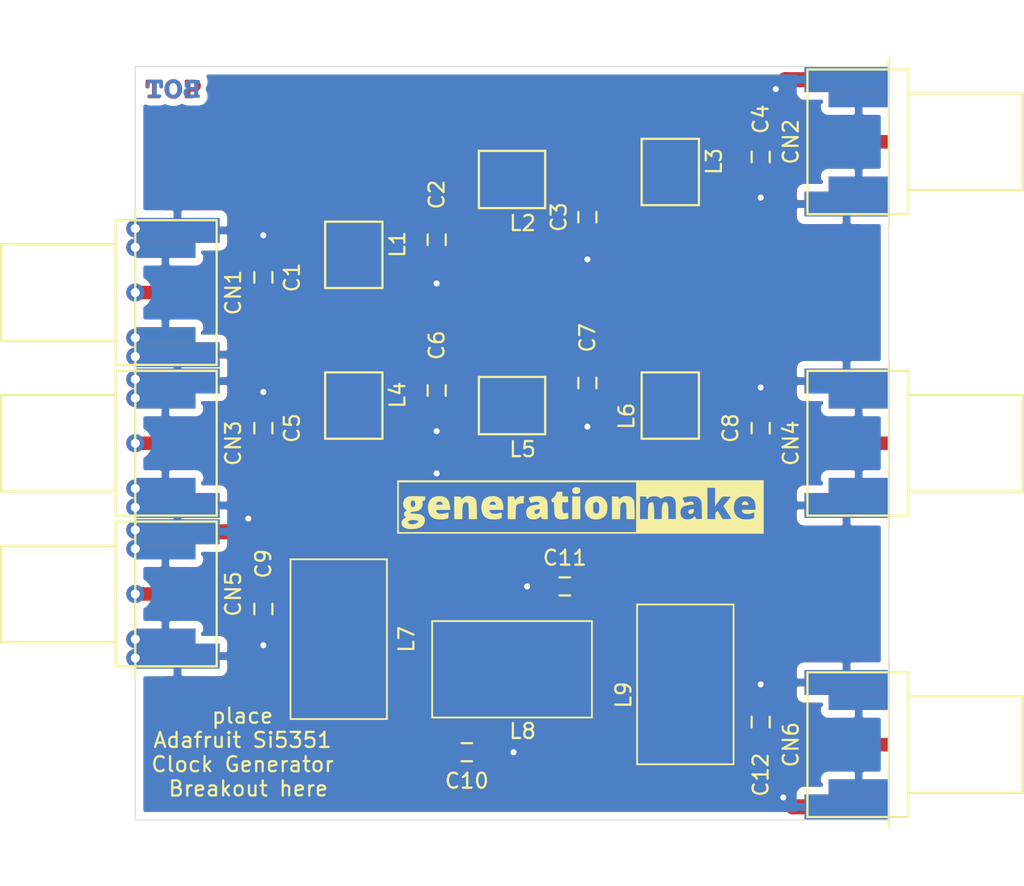
<source format=kicad_pcb>
(kicad_pcb (version 20171130) (host pcbnew 5.1.10-88a1d61d58~88~ubuntu18.04.1)
  (title_block (title Si5351Filter) (date 2021-08-19) (rev 0.1) (company generationmake))
  (layers (0 F.Cu signal) (31 B.Cu signal) (34 B.Paste user) (35 F.Paste user) (36 B.SilkS user) (37 F.SilkS user) (38 B.Mask user) (39 F.Mask user) (44 Edge.Cuts user))
  (net 0 "")
  (net 1 "Net-(C1-Pad2)")
  (net 2 GND)
  (net 3 "Net-(C2-Pad2)")
  (net 4 "Net-(C3-Pad2)")
  (net 5 "Net-(C4-Pad2)")
  (net 6 "Net-(C5-Pad2)")
  (net 7 "Net-(C6-Pad2)")
  (net 8 "Net-(C7-Pad2)")
  (net 9 "Net-(C8-Pad2)")
  (net 10 "Net-(C9-Pad2)")
  (net 11 "Net-(C10-Pad2)")
  (net 12 "Net-(C11-Pad2)")
  (net 13 "Net-(C12-Pad2)")
  (module capacitors:C_0603 (layer F.Cu) (at 108.5 134 270)
    (fp_text reference C1 (at 0 -1.9 90) (layer F.SilkS))
    (fp_text value "30 pF")
    (pad 2 smd rect (at 0.75 0 270) (size 0.8 0.75) (layers F.Cu F.Paste F.Mask) (net 1 "Net-(C1-Pad2)"))
    (pad 1 smd rect (at -0.75 0 270) (size 0.8 0.75) (layers F.Cu F.Paste F.Mask) (net 2 GND))
  )
  (module capacitors:C_0603 (layer F.Cu) (at 120 131.5 90)
    (fp_text reference C2 (at 3 0 90) (layer F.SilkS))
    (fp_text value "47 pF")
    (pad 2 smd rect (at 0.75 0 90) (size 0.8 0.75) (layers F.Cu F.Paste F.Mask) (net 3 "Net-(C2-Pad2)"))
    (pad 1 smd rect (at -0.75 0 90) (size 0.8 0.75) (layers F.Cu F.Paste F.Mask) (net 2 GND))
  )
  (module capacitors:C_0603 (layer F.Cu) (at 130 130 90)
    (fp_text reference C3 (at 0 -1.9 90) (layer F.SilkS))
    (fp_text value "47 pF")
    (pad 2 smd rect (at 0.75 0 90) (size 0.8 0.75) (layers F.Cu F.Paste F.Mask) (net 4 "Net-(C3-Pad2)"))
    (pad 1 smd rect (at -0.75 0 90) (size 0.8 0.75) (layers F.Cu F.Paste F.Mask) (net 2 GND))
  )
  (module capacitors:C_0603 (layer F.Cu) (at 141.5 126 90)
    (fp_text reference C4 (at 2.5 0 90) (layer F.SilkS))
    (fp_text value "30 pF")
    (pad 2 smd rect (at 0.75 0 90) (size 0.8 0.75) (layers F.Cu F.Paste F.Mask) (net 5 "Net-(C4-Pad2)"))
    (pad 1 smd rect (at -0.75 0 90) (size 0.8 0.75) (layers F.Cu F.Paste F.Mask) (net 2 GND))
  )
  (module capacitors:C_0603 (layer F.Cu) (at 108.5 144 270)
    (fp_text reference C5 (at 0 -1.9 90) (layer F.SilkS))
    (fp_text value "91 pF")
    (pad 2 smd rect (at 0.75 0 270) (size 0.8 0.75) (layers F.Cu F.Paste F.Mask) (net 6 "Net-(C5-Pad2)"))
    (pad 1 smd rect (at -0.75 0 270) (size 0.8 0.75) (layers F.Cu F.Paste F.Mask) (net 2 GND))
  )
  (module capacitors:C_0603 (layer F.Cu) (at 120 141.5 90)
    (fp_text reference C6 (at 3 0 90) (layer F.SilkS))
    (fp_text value "130 pF")
    (pad 2 smd rect (at 0.75 0 90) (size 0.8 0.75) (layers F.Cu F.Paste F.Mask) (net 7 "Net-(C6-Pad2)"))
    (pad 1 smd rect (at -0.75 0 90) (size 0.8 0.75) (layers F.Cu F.Paste F.Mask) (net 2 GND))
  )
  (module capacitors:C_0603 (layer F.Cu) (at 130 141 90)
    (fp_text reference C7 (at 3 0 90) (layer F.SilkS))
    (fp_text value "130 pF")
    (pad 2 smd rect (at 0.75 0 90) (size 0.8 0.75) (layers F.Cu F.Paste F.Mask) (net 8 "Net-(C7-Pad2)"))
    (pad 1 smd rect (at -0.75 0 90) (size 0.8 0.75) (layers F.Cu F.Paste F.Mask) (net 2 GND))
  )
  (module capacitors:C_0603 (layer F.Cu) (at 141.5 144 270)
    (fp_text reference C8 (at 0 2 90) (layer F.SilkS))
    (fp_text value "91 pF")
    (pad 2 smd rect (at 0.75 0 270) (size 0.8 0.75) (layers F.Cu F.Paste F.Mask) (net 9 "Net-(C8-Pad2)"))
    (pad 1 smd rect (at -0.75 0 270) (size 0.8 0.75) (layers F.Cu F.Paste F.Mask) (net 2 GND))
  )
  (module capacitors:C_0603 (layer F.Cu) (at 108.5 156 90)
    (fp_text reference C9 (at 3 0 90) (layer F.SilkS))
    (fp_text value "200 pF")
    (pad 2 smd rect (at 0.75 0 90) (size 0.8 0.75) (layers F.Cu F.Paste F.Mask) (net 10 "Net-(C9-Pad2)"))
    (pad 1 smd rect (at -0.75 0 90) (size 0.8 0.75) (layers F.Cu F.Paste F.Mask) (net 2 GND))
  )
  (module capacitors:C_0603 (layer F.Cu) (at 122 165.5 180)
    (fp_text reference C10 (at 0 -1.9) (layer F.SilkS))
    (fp_text value "270 pF")
    (pad 2 smd rect (at 0.75 0 180) (size 0.8 0.75) (layers F.Cu F.Paste F.Mask) (net 11 "Net-(C10-Pad2)"))
    (pad 1 smd rect (at -0.75 0 180) (size 0.8 0.75) (layers F.Cu F.Paste F.Mask) (net 2 GND))
  )
  (module capacitors:C_0603 (layer F.Cu) (at 128.5 154.5)
    (fp_text reference C11 (at 0 -1.9) (layer F.SilkS))
    (fp_text value "270 pF")
    (pad 2 smd rect (at 0.75 0) (size 0.8 0.75) (layers F.Cu F.Paste F.Mask) (net 12 "Net-(C11-Pad2)"))
    (pad 1 smd rect (at -0.75 0) (size 0.8 0.75) (layers F.Cu F.Paste F.Mask) (net 2 GND))
  )
  (module capacitors:C_0603 (layer F.Cu) (at 141.5 163.5 270)
    (fp_text reference C12 (at 3.5 0 90) (layer F.SilkS))
    (fp_text value "200 pF")
    (pad 2 smd rect (at 0.75 0 270) (size 0.8 0.75) (layers F.Cu F.Paste F.Mask) (net 13 "Net-(C12-Pad2)"))
    (pad 1 smd rect (at -0.75 0 270) (size 0.8 0.75) (layers F.Cu F.Paste F.Mask) (net 2 GND))
  )
  (module L_filter:WE-CAIR_4248 (layer F.Cu) (at 114.5 132.5 90)
    (fp_text reference L1 (at 0.7 2.9 90) (layer F.SilkS))
    (fp_text value 744912156)
    (pad 1 smd roundrect (at -2.165 1.31 90) (size 1.48 4.4) (layers F.Cu F.Paste F.Mask) (roundrect_rratio 0.5) (net 1 "Net-(C1-Pad2)"))
    (pad 2 smd roundrect (at 2.165 -1.31 90) (size 1.48 4.4) (layers F.Cu F.Paste F.Mask) (roundrect_rratio 0.5) (net 3 "Net-(C2-Pad2)"))
  )
  (module L_filter:WE-CAIR_4248 (layer F.Cu) (at 125 127.5)
    (fp_text reference L2 (at 0.7 2.9) (layer F.SilkS))
    (fp_text value 744912156)
    (pad 1 smd roundrect (at -2.165 1.31) (size 1.48 4.4) (layers F.Cu F.Paste F.Mask) (roundrect_rratio 0.5) (net 3 "Net-(C2-Pad2)"))
    (pad 2 smd roundrect (at 2.165 -1.31) (size 1.48 4.4) (layers F.Cu F.Paste F.Mask) (roundrect_rratio 0.5) (net 4 "Net-(C3-Pad2)"))
  )
  (module L_filter:WE-CAIR_4248 (layer F.Cu) (at 135.5 127 90)
    (fp_text reference L3 (at 0.7 2.9 90) (layer F.SilkS))
    (fp_text value 744912156)
    (pad 1 smd roundrect (at -2.165 1.31 90) (size 1.48 4.4) (layers F.Cu F.Paste F.Mask) (roundrect_rratio 0.5) (net 4 "Net-(C3-Pad2)"))
    (pad 2 smd roundrect (at 2.165 -1.31 90) (size 1.48 4.4) (layers F.Cu F.Paste F.Mask) (roundrect_rratio 0.5) (net 5 "Net-(C4-Pad2)"))
  )
  (module L_filter:WE-CAIR_4248 (layer F.Cu) (at 114.5 142.5 90)
    (fp_text reference L4 (at 0.7 2.9 90) (layer F.SilkS))
    (fp_text value 744912212)
    (pad 1 smd roundrect (at -2.165 1.31 90) (size 1.48 4.4) (layers F.Cu F.Paste F.Mask) (roundrect_rratio 0.5) (net 6 "Net-(C5-Pad2)"))
    (pad 2 smd roundrect (at 2.165 -1.31 90) (size 1.48 4.4) (layers F.Cu F.Paste F.Mask) (roundrect_rratio 0.5) (net 7 "Net-(C6-Pad2)"))
  )
  (module L_filter:WE-CAIR_4248 (layer F.Cu) (at 125 142.5)
    (fp_text reference L5 (at 0.7 2.9) (layer F.SilkS))
    (fp_text value 744912212)
    (pad 1 smd roundrect (at -2.165 1.31) (size 1.48 4.4) (layers F.Cu F.Paste F.Mask) (roundrect_rratio 0.5) (net 7 "Net-(C6-Pad2)"))
    (pad 2 smd roundrect (at 2.165 -1.31) (size 1.48 4.4) (layers F.Cu F.Paste F.Mask) (roundrect_rratio 0.5) (net 8 "Net-(C7-Pad2)"))
  )
  (module L_filter:WE-CAIR_4248 (layer F.Cu) (at 135.5 142.5 270)
    (fp_text reference L6 (at 0.7 2.9 90) (layer F.SilkS))
    (fp_text value 744912212)
    (pad 1 smd roundrect (at -2.165 1.31 270) (size 1.48 4.4) (layers F.Cu F.Paste F.Mask) (roundrect_rratio 0.5) (net 8 "Net-(C7-Pad2)"))
    (pad 2 smd roundrect (at 2.165 -1.31 270) (size 1.48 4.4) (layers F.Cu F.Paste F.Mask) (roundrect_rratio 0.5) (net 9 "Net-(C8-Pad2)"))
  )
  (module labels:Top (layer F.Cu) (at 102.5 121.5)
    (fp_text reference L10 hide)
    (fp_text value Label hide)
    (fp_poly (pts (xy 0.038691 -0.652778) (xy 0.050146 -0.652582) (xy 0.060812 -0.652271) (xy 0.070344 -0.651846) (xy 0.078396 -0.651306) (xy 0.082296 -0.650935) (xy 0.103945 -0.648314) (xy 0.12402 -0.645341) (xy 0.14296 -0.641922) (xy 0.161206 -0.637963) (xy 0.179199 -0.633371) (xy 0.197378 -0.628051) (xy 0.211836 -0.623382) (xy 0.242978 -0.611898) (xy 0.273123 -0.598662) (xy 0.302231 -0.583714) (xy 0.330265 -0.567094) (xy 0.357186 -0.548842) (xy 0.382955 -0.528997) (xy 0.407534 -0.507599) (xy 0.430885 -0.484687) (xy 0.45297 -0.460302) (xy 0.47375 -0.434482) (xy 0.493187 -0.407268) (xy 0.511242 -0.378699) (xy 0.527877 -0.348815) (xy 0.543054 -0.317656) (xy 0.556734 -0.28526) (xy 0.567585 -0.255524) (xy 0.577683 -0.223218) (xy 0.586242 -0.19035) (xy 0.593298 -0.156729) (xy 0.598887 -0.122163) (xy 0.603045 -0.086459) (xy 0.605644 -0.052324) (xy 0.605947 -0.045432) (xy 0.606163 -0.036962) (xy 0.606296 -0.027259) (xy 0.60635 -0.016668) (xy 0.606327 -0.005537) (xy 0.606232 0.005791) (xy 0.606067 0.016969) (xy 0.605836 0.027653) (xy 0.605542 0.037496) (xy 0.605189 0.046153) (xy 0.60478 0.053279) (xy 0.60458 0.05588) (xy 0.600595 0.093748) (xy 0.595213 0.130222) (xy 0.588406 0.16541) (xy 0.580144 0.199422) (xy 0.570397 0.232366) (xy 0.559138 0.264351) (xy 0.546335 0.295487) (xy 0.53196 0.325882) (xy 0.531859 0.326083) (xy 0.515441 0.356473) (xy 0.497546 0.385583) (xy 0.478222 0.413358) (xy 0.457515 0.439738) (xy 0.435475 0.464666) (xy 0.412148 0.488085) (xy 0.387582 0.509937) (xy 0.364236 0.52838) (xy 0.337218 0.547257) (xy 0.309171 0.5644) (xy 0.280154 0.579792) (xy 0.250225 0.593414) (xy 0.219444 0.60525) (xy 0.187869 0.615282) (xy 0.155559 0.623492) (xy 0.122572 0.629862) (xy 0.088969 0.634375) (xy 0.054807 0.637013) (xy 0.020145 0.637759) (xy 0.000508 0.637342) (xy -0.013431 0.636588) (xy -0.028695 0.635328) (xy -0.044662 0.633638) (xy -0.060713 0.631591) (xy -0.076224 0.629263) (xy -0.090575 0.62673) (xy -0.095289 0.625792) (xy -0.128276 0.618021) (xy -0.160283 0.608483) (xy -0.191353 0.597158) (xy -0.221533 0.584023) (xy -0.250867 0.569057) (xy -0.279399 0.552237) (xy -0.307176 0.533543) (xy -0.334241 0.512953) (xy -0.341376 0.507112) (xy -0.346754 0.502454) (xy -0.353197 0.496564) (xy -0.360421 0.489726) (xy -0.368142 0.482227) (xy -0.376076 0.474351) (xy -0.383937 0.466384) (xy -0.39144 0.458612) (xy -0.398302 0.45132) (xy -0.404238 0.444794) (xy -0.408878 0.43942) (xy -0.430906 0.411319) (xy -0.451215 0.382136) (xy -0.469803 0.351879) (xy -0.486667 0.320555) (xy -0.501805 0.288172) (xy -0.515214 0.254735) (xy -0.526891 0.220253) (xy -0.536833 0.184733) (xy -0.545038 0.148182) (xy -0.551503 0.110607) (xy -0.556225 0.072016) (xy -0.558883 0.038147) (xy -0.559184 0.031425) (xy -0.559404 0.023121) (xy -0.559545 0.013568) (xy -0.559602 0.004537) (xy -0.260699 0.004537) (xy -0.259646 0.035206) (xy -0.257459 0.065346) (xy -0.254148 0.094626) (xy -0.249722 0.122714) (xy -0.246787 0.137668) (xy -0.240288 0.164861) (xy -0.23253 0.190961) (xy -0.223563 0.215839) (xy -0.21344 0.239363) (xy -0.202213 0.261407) (xy -0.189936 0.281839) (xy -0.186129 0.287528) (xy -0.17199 0.306487) (xy -0.156742 0.323769) (xy -0.14042 0.339352) (xy -0.123058 0.353215) (xy -0.104689 0.365337) (xy -0.085346 0.375696) (xy -0.065064 0.38427) (xy -0.043875 0.391039) (xy -0.021814 0.395981) (xy -0.013716 0.397301) (xy -0.009453 0.397828) (xy -0.003886 0.398372) (xy 0.002255 0.398869) (xy 0.008128 0.399247) (xy 0.013992 0.399533) (xy 0.019212 0.399692) (xy 0.024287 0.399718) (xy 0.029716 0.399605) (xy 0.035997 0.399346) (xy 0.043628 0.398935) (xy 0.046736 0.398753) (xy 0.065856 0.396749) (xy 0.085359 0.393056) (xy 0.10472 0.387805) (xy 0.123416 0.381126) (xy 0.131834 0.377528) (xy 0.1512 0.367666) (xy 0.169549 0.356066) (xy 0.186861 0.342759) (xy 0.203117 0.327779) (xy 0.218297 0.311156) (xy 0.232382 0.292924) (xy 0.245352 0.273113) (xy 0.257188 0.251757) (xy 0.26787 0.228886) (xy 0.277379 0.204534) (xy 0.285695 0.178731) (xy 0.292799 0.151511) (xy 0.298671 0.122905) (xy 0.302747 0.097028) (xy 0.304573 0.082783) (xy 0.306051 0.069182) (xy 0.307207 0.055792) (xy 0.308069 0.042179) (xy 0.308662 0.027909) (xy 0.309014 0.012551) (xy 0.309152 -0.004331) (xy 0.309156 -0.007112) (xy 0.308795 -0.035634) (xy 0.307659 -0.062524) (xy 0.305714 -0.088042) (xy 0.302928 -0.112447) (xy 0.299266 -0.135999) (xy 0.294696 -0.158958) (xy 0.289184 -0.181583) (xy 0.284948 -0.196686) (xy 0.279229 -0.214452) (xy 0.27256 -0.23236) (xy 0.265144 -0.249943) (xy 0.257186 -0.266735) (xy 0.24889 -0.282269) (xy 0.243338 -0.291592) (xy 0.235113 -0.30386) (xy 0.225712 -0.316325) (xy 0.215503 -0.328564) (xy 0.20486 -0.340153) (xy 0.194152 -0.350667) (xy 0.183895 -0.359566) (xy 0.166262 -0.372453) (xy 0.147515 -0.383679) (xy 0.127793 -0.39318) (xy 0.107234 -0.400895) (xy 0.085978 -0.40676) (xy 0.073073 -0.409344) (xy 0.053637 -0.411939) (xy 0.033509 -0.413201) (xy 0.013172 -0.413142) (xy -0.006893 -0.411775) (xy -0.026202 -0.409111) (xy -0.039245 -0.406427) (xy -0.060765 -0.400313) (xy -0.081289 -0.392442) (xy -0.100798 -0.382837) (xy -0.119275 -0.371523) (xy -0.136703 -0.358522) (xy -0.153065 -0.343858) (xy -0.168343 -0.327554) (xy -0.182521 -0.309633) (xy -0.19558 -0.29012) (xy -0.207504 -0.269037) (xy -0.218274 -0.246408) (xy -0.227875 -0.222256) (xy -0.236288 -0.196604) (xy -0.243497 -0.169477) (xy -0.249484 -0.140897) (xy -0.253411 -0.116793) (xy -0.256976 -0.087325) (xy -0.259373 -0.05706) (xy -0.260611 -0.026329) (xy -0.260699 0.004537) (xy -0.559602 0.004537) (xy -0.559612 0.003097) (xy -0.559606 -0.007958) (xy -0.559531 -0.019266) (xy -0.55939 -0.030493) (xy -0.559186 -0.041308) (xy -0.558922 -0.051378) (xy -0.558602 -0.060371) (xy -0.558227 -0.067955) (xy -0.557859 -0.073152) (xy -0.554604 -0.10511) (xy -0.550477 -0.135523) (xy -0.545414 -0.164708) (xy -0.53935 -0.192987) (xy -0.532221 -0.220677) (xy -0.523961 -0.248099) (xy -0.520025 -0.259948) (xy -0.507758 -0.293) (xy -0.493915 -0.324939) (xy -0.478536 -0.355713) (xy -0.461663 -0.385267) (xy -0.443335 -0.41355) (xy -0.423594 -0.440508) (xy -0.40248 -0.466089) (xy -0.380034 -0.490238) (xy -0.356296 -0.512903) (xy -0.331307 -0.534032) (xy -0.305107 -0.55357) (xy -0.285325 -0.566744) (xy -0.257892 -0.583062) (xy -0.229807 -0.597631) (xy -0.200972 -0.610481) (xy -0.17129 -0.621645) (xy -0.140665 -0.631157) (xy -0.108998 -0.639049) (xy -0.076193 -0.645354) (xy -0.042151 -0.650104) (xy -0.034544 -0.650937) (xy -0.027247 -0.651545) (xy -0.018318 -0.652037) (xy -0.008104 -0.652415) (xy 0.003049 -0.652678) (xy 0.014797 -0.652826) (xy 0.026792 -0.652859) (xy 0.038691 -0.652778)) (layer F.Cu) (width 0.01))
    (fp_poly (pts (xy -1.031815 -0.621633) (xy -1.000798 -0.621625) (xy -0.971795 -0.621611) (xy -0.944804 -0.621591) (xy -0.91982 -0.621565) (xy -0.896843 -0.621533) (xy -0.875869 -0.621494) (xy -0.856895 -0.62145) (xy -0.839919 -0.6214) (xy -0.824939 -0.621343) (xy -0.811952 -0.621281) (xy -0.800955 -0.621212) (xy -0.791945 -0.621137) (xy -0.78492 -0.621056) (xy -0.779878 -0.620969) (xy -0.776815 -0.620876) (xy -0.776214 -0.620843) (xy -0.761331 -0.619435) (xy -0.748281 -0.61738) (xy -0.73694 -0.614566) (xy -0.727182 -0.610881) (xy -0.71888 -0.606215) (xy -0.711909 -0.600455) (xy -0.706144 -0.593489) (xy -0.701457 -0.585207) (xy -0.697724 -0.575496) (xy -0.694818 -0.564245) (xy -0.692613 -0.551341) (xy -0.691947 -0.5461) (xy -0.691635 -0.54331) (xy -0.691335 -0.540335) (xy -0.691042 -0.537079) (xy -0.690754 -0.533445) (xy -0.690466 -0.529337) (xy -0.690173 -0.524659) (xy -0.689871 -0.519312) (xy -0.689557 -0.513202) (xy -0.689226 -0.506231) (xy -0.688873 -0.498302) (xy -0.688496 -0.48932) (xy -0.688089 -0.479187) (xy -0.687648 -0.467807) (xy -0.68717 -0.455084) (xy -0.68665 -0.44092) (xy -0.686084 -0.425219) (xy -0.685468 -0.407885) (xy -0.684798 -0.38882) (xy -0.684069 -0.367929) (xy -0.683278 -0.345115) (xy -0.683183 -0.342392) (xy -0.682294 -0.316484) (xy -0.681491 -0.292602) (xy -0.680772 -0.27074) (xy -0.680139 -0.250896) (xy -0.67959 -0.233063) (xy -0.679126 -0.217239) (xy -0.678747 -0.203417) (xy -0.678453 -0.191595) (xy -0.678242 -0.181766) (xy -0.678116 -0.173928) (xy -0.678074 -0.168075) (xy -0.678116 -0.164202) (xy -0.678139 -0.163576) (xy -0.679443 -0.146112) (xy -0.681802 -0.130341) (xy -0.685246 -0.116203) (xy -0.689808 -0.103636) (xy -0.695518 -0.092578) (xy -0.702409 -0.082967) (xy -0.71051 -0.074743) (xy -0.719855 -0.067844) (xy -0.729651 -0.062579) (xy -0.741197 -0.058208) (xy -0.754016 -0.054972) (xy -0.767677 -0.052892) (xy -0.781752 -0.051992) (xy -0.795811 -0.052296) (xy -0.809424 -0.053825) (xy -0.822162 -0.056604) (xy -0.824992 -0.057444) (xy -0.838125 -0.062497) (xy -0.85019 -0.069027) (xy -0.861041 -0.076899) (xy -0.870531 -0.085979) (xy -0.878513 -0.09613) (xy -0.884841 -0.107219) (xy -0.888214 -0.115487) (xy -0.888926 -0.117694) (xy -0.889579 -0.12007) (xy -0.890178 -0.122728) (xy -0.890731 -0.125777) (xy -0.891244 -0.12933) (xy -0.891724 -0.133498) (xy -0.892177 -0.13839) (xy -0.892609 -0.14412) (xy -0.893028 -0.150797) (xy -0.893439 -0.158533) (xy -0.893849 -0.167439) (xy -0.894266 -0.177626) (xy -0.894694 -0.189205) (xy -0.895141 -0.202287) (xy -0.895614 -0.216984) (xy -0.896118 -0.233406) (xy -0.896661 -0.251665) (xy -0.897099 -0.2667) (xy -0.89753 -0.281465) (xy -0.897954 -0.295803) (xy -0.898367 -0.309566) (xy -0.898765 -0.322605) (xy -0.899141 -0.334771) (xy -0.899492 -0.345916) (xy -0.899813 -0.35589) (xy -0.900099 -0.364546) (xy -0.900346 -0.371735) (xy -0.900549 -0.377307) (xy -0.900702 -0.381115) (xy -0.900786 -0.382778) (xy -0.901382 -0.392176) (xy -1.115568 -0.392176) (xy -1.115568 0.376936) (xy -1.019664 0.376936) (xy -1.003172 0.376947) (xy -0.987701 0.376981) (xy -0.97336 0.377036) (xy -0.960259 0.377112) (xy -0.948507 0.377206) (xy -0.938212 0.377319) (xy -0.929484 0.377449) (xy -0.922433 0.377595) (xy -0.917166 0.377755) (xy -0.913794 0.37793) (xy -0.913238 0.377978) (xy -0.896777 0.380211) (xy -0.882009 0.383502) (xy -0.868869 0.387886) (xy -0.857294 0.3934) (xy -0.847219 0.400078) (xy -0.838581 0.407958) (xy -0.831315 0.417075) (xy -0.825473 0.427228) (xy -0.821363 0.436864) (xy -0.818194 0.44705) (xy -0.815909 0.45809) (xy -0.814452 0.470292) (xy -0.813766 0.483961) (xy -0.813693 0.490728) (xy -0.814138 0.506227) (xy -0.815513 0.520104) (xy -0.817871 0.532571) (xy -0.821265 0.54384) (xy -0.82575 0.554122) (xy -0.831379 0.56363) (xy -0.83261 0.565404) (xy -0.840231 0.574547) (xy -0.849283 0.582492) (xy -0.859835 0.589277) (xy -0.871953 0.59494) (xy -0.885705 0.599519) (xy -0.899315 0.6027) (xy -0.910844 0.604942) (xy -1.245108 0.605114) (xy -1.271129 0.605125) (xy -1.296665 0.605131) (xy -1.321638 0.605131) (xy -1.345973 0.605126) (xy -1.369591 0.605116) (xy -1.392416 0.605102) (xy -1.414369 0.605083) (xy -1.435374 0.60506) (xy -1.455354 0.605032) (xy -1.474231 0.605) (xy -1.491927 0.604964) (xy -1.508366 0.604925) (xy -1.523471 0.604882) (xy -1.537163 0.604835) (xy -1.549366 0.604785) (xy -1.560002 0.604732) (xy -1.568994 0.604676) (xy -1.576266 0.604617) (xy -1.581738 0.604555) (xy -1.585335 0.604491) (xy -1.586979 0.604424) (xy -1.586992 0.604423) (xy -1.603683 0.601866) (xy -1.618733 0.598152) (xy -1.632193 0.593247) (xy -1.644112 0.587121) (xy -1.654541 0.579742) (xy -1.663531 0.571079) (xy -1.671132 0.561099) (xy -1.677394 0.549772) (xy -1.678716 0.54682) (xy -1.682446 0.536222) (xy -1.68526 0.524201) (xy -1.687148 0.511151) (xy -1.688099 0.497468) (xy -1.688104 0.483545) (xy -1.687154 0.469779) (xy -1.685238 0.456564) (xy -1.682348 0.444294) (xy -1.681317 0.440944) (xy -1.676281 0.428495) (xy -1.669735 0.417406) (xy -1.66169 0.407683) (xy -1.652155 0.399338) (xy -1.64114 0.392377) (xy -1.628654 0.386811) (xy -1.618305 0.383549) (xy -1.614825 0.382622) (xy -1.611657 0.381798) (xy -1.608667 0.38107) (xy -1.60572 0.380431) (xy -1.60268 0.379876) (xy -1.599414 0.379397) (xy -1.595785 0.378988) (xy -1.59166 0.378642) (xy -1.586902 0.378354) (xy -1.581378 0.378116) (xy -1.574952 0.377923) (xy -1.567489 0.377767) (xy -1.558854 0.377643) (xy -1.548913 0.377543) (xy -1.537531 0.377462) (xy -1.524572 0.377393) (xy -1.509902 0.377329) (xy -1.493386 0.377264) (xy -1.486662 0.377238) (xy -1.383792 0.376837) (xy -1.383792 -0.392176) (xy -1.597995 -0.392176) (xy -1.598566 -0.38481) (xy -1.598672 -0.382798) (xy -1.598829 -0.378898) (xy -1.599034 -0.373254) (xy -1.59928 -0.366011) (xy -1.599564 -0.357313) (xy -1.599881 -0.347304) (xy -1.600227 -0.336126) (xy -1.600597 -0.323926) (xy -1.600987 -0.310845) (xy -1.601392 -0.297029) (xy -1.601808 -0.282622) (xy -1.602188 -0.26924) (xy -1.602728 -0.250045) (xy -1.603213 -0.232772) (xy -1.603649 -0.217314) (xy -1.604039 -0.203561) (xy -1.604389 -0.191406) (xy -1.604703 -0.180739) (xy -1.604987 -0.171453) (xy -1.605245 -0.163439) (xy -1.605482 -0.156589) (xy -1.605703 -0.150794) (xy -1.605913 -0.145946) (xy -1.606117 -0.141936) (xy -1.606319 -0.138656) (xy -1.606525 -0.135997) (xy -1.606739 -0.133852) (xy -1.606966 -0.132111) (xy -1.607211 -0.130666) (xy -1.607479 -0.129409) (xy -1.607774 -0.128231) (xy -1.608103 -0.127024) (xy -1.608468 -0.125679) (xy -1.608655 -0.124968) (xy -1.612202 -0.113159) (xy -1.616436 -0.102916) (xy -1.621581 -0.093826) (xy -1.627865 -0.085475) (xy -1.633661 -0.079248) (xy -1.643717 -0.070691) (xy -1.655014 -0.063735) (xy -1.667536 -0.058386) (xy -1.681268 -0.05465) (xy -1.696193 -0.05253) (xy -1.712296 -0.052033) (xy -1.716024 -0.052143) (xy -1.732528 -0.053446) (xy -1.747497 -0.055997) (xy -1.760968 -0.059838) (xy -1.772979 -0.065008) (xy -1.783567 -0.071546) (xy -1.792769 -0.079494) (xy -1.800623 -0.08889) (xy -1.807166 -0.099774) (xy -1.812435 -0.112187) (xy -1.816468 -0.126168) (xy -1.819301 -0.141758) (xy -1.820973 -0.158995) (xy -1.821258 -0.164592) (xy -1.821283 -0.167085) (xy -1.821238 -0.171476) (xy -1.821127 -0.177631) (xy -1.820956 -0.185417) (xy -1.820727 -0.194702) (xy -1.820446 -0.205352) (xy -1.820117 -0.217234) (xy -1.819745 -0.230215) (xy -1.819333 -0.244161) (xy -1.818886 -0.258941) (xy -1.818409 -0.274421) (xy -1.817906 -0.290467) (xy -1.817381 -0.306947) (xy -1.816838 -0.323727) (xy -1.816283 -0.340675) (xy -1.815719 -0.357657) (xy -1.81515 -0.37454) (xy -1.814582 -0.391192) (xy -1.814019 -0.407478) (xy -1.813464 -0.423267) (xy -1.812922 -0.438424) (xy -1.812398 -0.452817) (xy -1.811897 -0.466313) (xy -1.811421 -0.478778) (xy -1.810977 -0.490081) (xy -1.810567 -0.500086) (xy -1.810197 -0.508662) (xy -1.809871 -0.515675) (xy -1.809594 -0.520992) (xy -1.809457 -0.52324) (xy -1.808237 -0.538469) (xy -1.806676 -0.551836) (xy -1.80471 -0.563489) (xy -1.802275 -0.573579) (xy -1.799308 -0.582256) (xy -1.795746 -0.58967) (xy -1.791526 -0.595972) (xy -1.786582 -0.60131) (xy -1.780854 -0.605835) (xy -1.774275 -0.609697) (xy -1.772498 -0.610572) (xy -1.767407 -0.612825) (xy -1.762278 -0.614684) (xy -1.756635 -0.61628) (xy -1.750001 -0.617747) (xy -1.741899 -0.619215) (xy -1.740358 -0.619472) (xy -1.739436 -0.619609) (xy -1.73835 -0.61974) (xy -1.737045 -0.619863) (xy -1.735465 -0.61998) (xy -1.733555 -0.620091) (xy -1.731259 -0.620195) (xy -1.728521 -0.620293) (xy -1.725287 -0.620385) (xy -1.7215 -0.620471) (xy -1.717106 -0.620553) (xy -1.712048 -0.620629) (xy -1.706271 -0.6207) (xy -1.69972 -0.620767) (xy -1.692339 -0.62083) (xy -1.684073 -0.620888) (xy -1.674865 -0.620943) (xy -1.664662 -0.620993) (xy -1.653407 -0.621041) (xy -1.641044 -0.621085) (xy -1.627518 -0.621127) (xy -1.612774 -0.621165) (xy -1.596757 -0.621202) (xy -1.57941 -0.621236) (xy -1.560678 -0.621268) (xy -1.540506 -0.621299) (xy -1.518838 -0.621328) (xy -1.495618 -0.621356) (xy -1.470792 -0.621382) (xy -1.444303 -0.621409) (xy -1.416097 -0.621434) (xy -1.386117 -0.621459) (xy -1.354309 -0.621485) (xy -1.320616 -0.62151) (xy -1.284983 -0.621536) (xy -1.260348 -0.621554) (xy -1.217195 -0.621582) (xy -1.176071 -0.621605) (xy -1.136973 -0.621621) (xy -1.0999 -0.621631) (xy -1.064848 -0.621635) (xy -1.031815 -0.621633)) (layer F.Cu) (width 0.01))
    (fp_poly (pts (xy 1.184742 -0.619251) (xy 1.208114 -0.619246) (xy 1.229712 -0.619238) (xy 1.249622 -0.619225) (xy 1.26793 -0.619206) (xy 1.284722 -0.61918) (xy 1.300084 -0.619146) (xy 1.314102 -0.619101) (xy 1.326862 -0.619046) (xy 1.33845 -0.618979) (xy 1.348952 -0.618899) (xy 1.358454 -0.618805) (xy 1.367042 -0.618695) (xy 1.374802 -0.618569) (xy 1.38182 -0.618425) (xy 1.388182 -0.618261) (xy 1.393974 -0.618078) (xy 1.399281 -0.617873) (xy 1.404191 -0.617646) (xy 1.408789 -0.617395) (xy 1.413161 -0.61712) (xy 1.417393 -0.616818) (xy 1.421571 -0.616489) (xy 1.42578 -0.616132) (xy 1.430108 -0.615745) (xy 1.43464 -0.615327) (xy 1.437132 -0.615095) (xy 1.471749 -0.611207) (xy 1.504946 -0.606138) (xy 1.53668 -0.599899) (xy 1.566911 -0.5925) (xy 1.595595 -0.583954) (xy 1.622692 -0.574271) (xy 1.648159 -0.563462) (xy 1.667099 -0.554134) (xy 1.690604 -0.540755) (xy 1.712462 -0.526186) (xy 1.732674 -0.510425) (xy 1.751241 -0.493472) (xy 1.768164 -0.475325) (xy 1.783443 -0.455984) (xy 1.797078 -0.435448) (xy 1.809071 -0.413715) (xy 1.819422 -0.390786) (xy 1.828131 -0.366658) (xy 1.8352 -0.341331) (xy 1.840429 -0.315976) (xy 1.843815 -0.292106) (xy 1.845971 -0.26704) (xy 1.846891 -0.241206) (xy 1.846567 -0.215033) (xy 1.844992 -0.188949) (xy 1.842918 -0.169164) (xy 1.838481 -0.140823) (xy 1.832422 -0.113702) (xy 1.824743 -0.087806) (xy 1.81545 -0.063137) (xy 1.804546 -0.039699) (xy 1.792034 -0.017495) (xy 1.777919 0.003472) (xy 1.762204 0.023198) (xy 1.744893 0.041681) (xy 1.725991 0.058917) (xy 1.7055 0.074903) (xy 1.683425 0.089636) (xy 1.65977 0.103112) (xy 1.634538 0.115329) (xy 1.607734 0.126283) (xy 1.57936 0.13597) (xy 1.549422 0.144389) (xy 1.517922 0.151535) (xy 1.484865 0.157405) (xy 1.450255 0.161997) (xy 1.44526 0.16254) (xy 1.439144 0.163184) (xy 1.433509 0.163761) (xy 1.428211 0.164275) (xy 1.423111 0.164732) (xy 1.418066 0.165134) (xy 1.412935 0.165486) (xy 1.407577 0.165792) (xy 1.401849 0.166056) (xy 1.395611 0.166282) (xy 1.388721 0.166474) (xy 1.381038 0.166637) (xy 1.37242 0.166773) (xy 1.362725 0.166889) (xy 1.351813 0.166986) (xy 1.339542 0.167071) (xy 1.32577 0.167146) (xy 1.310356 0.167215) (xy 1.293158 0.167284) (xy 1.27889 0.167337) (xy 1.159256 0.16778) (xy 1.159256 0.378968) (xy 1.219531 0.378968) (xy 1.231969 0.378987) (xy 1.243751 0.379043) (xy 1.25469 0.379132) (xy 1.264596 0.379253) (xy 1.273281 0.379401) (xy 1.280557 0.379574) (xy 1.286234 0.37977) (xy 1.290123 0.379985) (xy 1.290905 0.380052) (xy 1.307596 0.382347) (xy 1.322626 0.385806) (xy 1.336003 0.390432) (xy 1.347733 0.39623) (xy 1.357824 0.403202) (xy 1.366282 0.411351) (xy 1.369436 0.41524) (xy 1.3754 0.424226) (xy 1.380226 0.433869) (xy 1.383983 0.444412) (xy 1.386743 0.456098) (xy 1.388576 0.469169) (xy 1.389554 0.483868) (xy 1.389563 0.484124) (xy 1.389554 0.501572) (xy 1.38821 0.517555) (xy 1.385518 0.532153) (xy 1.381465 0.545445) (xy 1.377708 0.554228) (xy 1.371621 0.564882) (xy 1.364313 0.574202) (xy 1.355705 0.582232) (xy 1.345721 0.589018) (xy 1.334283 0.594606) (xy 1.321313 0.599041) (xy 1.306734 0.602369) (xy 1.292138 0.604459) (xy 1.290062 0.604573) (xy 1.286079 0.60468) (xy 1.28031 0.60478) (xy 1.272874 0.604872) (xy 1.263893 0.604957) (xy 1.253489 0.605035) (xy 1.241783 0.605106) (xy 1.228894 0.605169) (xy 1.214945 0.605225) (xy 1.200056 0.605274) (xy 1.184349 0.605316) (xy 1.167944 0.605351) (xy 1.150963 0.605378) (xy 1.133526 0.605399) (xy 1.115755 0.605412) (xy 1.09777 0.605418) (xy 1.079694 0.605417) (xy 1.061645 0.60541) (xy 1.043747 0.605395) (xy 1.026119 0.605373) (xy 1.008883 0.605344) (xy 0.99216 0.605308) (xy 0.97607 0.605266) (xy 0.960736 0.605216) (xy 0.946277 0.605159) (xy 0.932816 0.605096) (xy 0.920472 0.605026) (xy 0.909367 0.604948) (xy 0.899623 0.604864) (xy 0.891359 0.604774) (xy 0.884698 0.604676) (xy 0.879759 0.604572) (xy 0.876665 0.604461) (xy 0.875792 0.604396) (xy 0.859446 0.601812) (xy 0.844704 0.597993) (xy 0.831545 0.592925) (xy 0.819947 0.586593) (xy 0.809891 0.578983) (xy 0.801355 0.570081) (xy 0.794319 0.559872) (xy 0.788761 0.548342) (xy 0.78696 0.543395) (xy 0.783468 0.530635) (xy 0.781083 0.516878) (xy 0.779801 0.502531) (xy 0.779615 0.488001) (xy 0.78052 0.473694) (xy 0.782512 0.460018) (xy 0.785583 0.447378) (xy 0.788358 0.439401) (xy 0.794411 0.426848) (xy 0.801945 0.415669) (xy 0.810911 0.405898) (xy 0.82126 0.397572) (xy 0.832942 0.390726) (xy 0.84591 0.385395) (xy 0.860114 0.381615) (xy 0.869999 0.380006) (xy 0.874293 0.379604) (xy 0.879899 0.379275) (xy 0.886096 0.379052) (xy 0.892163 0.378968) (xy 0.906272 0.378968) (xy 0.906272 -0.065024) (xy 1.159256 -0.065024) (xy 1.229106 -0.065048) (xy 1.241716 -0.065067) (xy 1.254401 -0.065113) (xy 1.266903 -0.065184) (xy 1.278966 -0.065277) (xy 1.290335 -0.06539) (xy 1.300755 -0.06552) (xy 1.309968 -0.065664) (xy 1.317719 -0.06582) (xy 1.323753 -0.065985) (xy 1.324864 -0.066023) (xy 1.342946 -0.06688) (xy 1.359394 -0.068085) (xy 1.37458 -0.069685) (xy 1.38888 -0.071729) (xy 1.402667 -0.074266) (xy 1.416315 -0.077342) (xy 1.41986 -0.078229) (xy 1.440055 -0.084153) (xy 1.458546 -0.091184) (xy 1.475335 -0.099322) (xy 1.49042 -0.108569) (xy 1.503805 -0.118924) (xy 1.515488 -0.130389) (xy 1.525471 -0.142964) (xy 1.533754 -0.15665) (xy 1.540338 -0.171447) (xy 1.545224 -0.187356) (xy 1.547489 -0.198294) (xy 1.548634 -0.20735) (xy 1.549247 -0.217555) (xy 1.549343 -0.228326) (xy 1.548935 -0.239081) (xy 1.548037 -0.249237) (xy 1.546661 -0.258212) (xy 1.546035 -0.261112) (xy 1.541335 -0.276954) (xy 1.535027 -0.291631) (xy 1.527097 -0.305156) (xy 1.517528 -0.317543) (xy 1.506308 -0.328803) (xy 1.493422 -0.33895) (xy 1.478854 -0.347996) (xy 1.462591 -0.355955) (xy 1.444619 -0.362837) (xy 1.424922 -0.368657) (xy 1.4224 -0.369295) (xy 1.414326 -0.371237) (xy 1.40647 -0.372977) (xy 1.398682 -0.374526) (xy 1.390808 -0.375893) (xy 1.382697 -0.37709) (xy 1.374195 -0.378127) (xy 1.365153 -0.379014) (xy 1.355416 -0.379763) (xy 1.344833 -0.380382) (xy 1.333252 -0.380884) (xy 1.32052 -0.381279) (xy 1.306487 -0.381577) (xy 1.290998 -0.381788) (xy 1.273903 -0.381924) (xy 1.25505 -0.381995) (xy 1.238758 -0.382011) (xy 1.159256 -0.382016) (xy 1.159256 -0.065024) (xy 0.906272 -0.065024) (xy 0.906272 -0.389833) (xy 0.889762 -0.390446) (xy 0.874138 -0.391521) (xy 0.860147 -0.393566) (xy 0.8476 -0.396652) (xy 0.836306 -0.400848) (xy 0.826077 -0.406225) (xy 0.816724 -0.412854) (xy 0.808069 -0.420792) (xy 0.799875 -0.430573) (xy 0.793094 -0.441624) (xy 0.7877 -0.454013) (xy 0.783665 -0.467805) (xy 0.780963 -0.483068) (xy 0.780193 -0.49022) (xy 0.77943 -0.506526) (xy 0.78005 -0.522127) (xy 0.782013 -0.536868) (xy 0.78528 -0.550593) (xy 0.789811 -0.563147) (xy 0.795566 -0.574373) (xy 0.802505 -0.584117) (xy 0.804949 -0.586876) (xy 0.813082 -0.594544) (xy 0.822137 -0.601064) (xy 0.832312 -0.606528) (xy 0.843806 -0.611029) (xy 0.85682 -0.614658) (xy 0.871072 -0.61743) (xy 0.87236 -0.617624) (xy 0.873767 -0.617805) (xy 0.875371 -0.617971) (xy 0.877251 -0.618125) (xy 0.879483 -0.618265) (xy 0.882146 -0.618394) (xy 0.885319 -0.618511) (xy 0.889079 -0.618616) (xy 0.893504 -0.618712) (xy 0.898673 -0.618797) (xy 0.904663 -0.618873) (xy 0.911552 -0.61894) (xy 0.919419 -0.618999) (xy 0.928342 -0.61905) (xy 0.938398 -0.619093) (xy 0.949666 -0.619131) (xy 0.962224 -0.619161) (xy 0.976149 -0.619187) (xy 0.991521 -0.619207) (xy 1.008416 -0.619223) (xy 1.026913 -0.619234) (xy 1.047091 -0.619243) (xy 1.069026 -0.619248) (xy 1.092798 -0.619251) (xy 1.118483 -0.619252) (xy 1.15951 -0.619252) (xy 1.184742 -0.619251)) (layer F.Cu) (width 0.01))
  )
  (module labels:generationmake_small_solder (layer B.Cu) (at 125 125 180)
    (fp_text reference L11 hide)
    (fp_text value Label hide)
  )
  (module labels:Bot (layer F.Cu) (at 102.5 121.5 180)
    (fp_text reference L12 hide)
    (fp_text value Label hide)
    (fp_poly (pts (xy -0.006759 0.631579) (xy 0.004256 0.63139) (xy 0.014512 0.631092) (xy 0.023677 0.630683) (xy 0.03142 0.630163) (xy 0.035169 0.629807) (xy 0.055986 0.627287) (xy 0.075289 0.624428) (xy 0.0935 0.62114) (xy 0.111045 0.617334) (xy 0.128345 0.612918) (xy 0.145825 0.607803) (xy 0.159727 0.603313) (xy 0.189672 0.592271) (xy 0.218657 0.579544) (xy 0.246646 0.565171) (xy 0.273601 0.549191) (xy 0.299486 0.53164) (xy 0.324264 0.512559) (xy 0.347898 0.491983) (xy 0.370352 0.469953) (xy 0.391587 0.446505) (xy 0.411568 0.421679) (xy 0.430257 0.395512) (xy 0.447617 0.368041) (xy 0.463613 0.339307) (xy 0.478206 0.309346) (xy 0.49136 0.278196) (xy 0.501793 0.249604) (xy 0.511503 0.21854) (xy 0.519733 0.186937) (xy 0.526518 0.154609) (xy 0.531891 0.121372) (xy 0.535889 0.087041) (xy 0.538389 0.05422) (xy 0.53868 0.047592) (xy 0.538888 0.039448) (xy 0.539016 0.030118) (xy 0.539067 0.019935) (xy 0.539046 0.009231) (xy 0.538954 -0.001661) (xy 0.538795 -0.012409) (xy 0.538573 -0.022682) (xy 0.538291 -0.032146) (xy 0.537951 -0.04047) (xy 0.537558 -0.047322) (xy 0.537366 -0.049823) (xy 0.533534 -0.086235) (xy 0.528359 -0.121306) (xy 0.521813 -0.155141) (xy 0.513869 -0.187844) (xy 0.504498 -0.219521) (xy 0.493671 -0.250276) (xy 0.481361 -0.280214) (xy 0.467539 -0.30944) (xy 0.467441 -0.309634) (xy 0.451655 -0.338854) (xy 0.434449 -0.366846) (xy 0.415867 -0.393552) (xy 0.395957 -0.418917) (xy 0.374765 -0.442887) (xy 0.352335 -0.465405) (xy 0.328714 -0.486417) (xy 0.306265 -0.50415) (xy 0.280287 -0.522301) (xy 0.253318 -0.538784) (xy 0.225417 -0.553584) (xy 0.19664 -0.566683) (xy 0.167042 -0.578064) (xy 0.136682 -0.58771) (xy 0.105614 -0.595604) (xy 0.073897 -0.601729) (xy 0.041585 -0.606068) (xy 0.008737 -0.608605) (xy -0.024591 -0.609322) (xy -0.043473 -0.608922) (xy -0.056875 -0.608196) (xy -0.071552 -0.606985) (xy -0.086906 -0.605359) (xy -0.102339 -0.603391) (xy -0.117254 -0.601153) (xy -0.131052 -0.598717) (xy -0.135585 -0.597815) (xy -0.167304 -0.590343) (xy -0.198079 -0.581172) (xy -0.227955 -0.570283) (xy -0.256974 -0.557653) (xy -0.285179 -0.543262) (xy -0.312614 -0.52709) (xy -0.339322 -0.509115) (xy -0.365347 -0.489316) (xy -0.372208 -0.4837) (xy -0.377378 -0.479222) (xy -0.383574 -0.473558) (xy -0.39052 -0.466983) (xy -0.397944 -0.459772) (xy -0.405573 -0.452199) (xy -0.413131 -0.444539) (xy -0.420346 -0.437066) (xy -0.426944 -0.430054) (xy -0.432651 -0.423779) (xy -0.437113 -0.418611) (xy -0.458294 -0.391591) (xy -0.477822 -0.363531) (xy -0.495695 -0.334438) (xy -0.511911 -0.304319) (xy -0.526466 -0.273181) (xy -0.539359 -0.24103) (xy -0.550587 -0.207874) (xy -0.560147 -0.17372) (xy -0.568036 -0.138575) (xy -0.574252 -0.102445) (xy -0.578793 -0.065338) (xy -0.581349 -0.032772) (xy -0.581638 -0.026309) (xy -0.581849 -0.018324) (xy -0.581986 -0.009138) (xy -0.58204 -0.000455) (xy -0.294634 -0.000455) (xy -0.293621 -0.029944) (xy -0.291518 -0.058925) (xy -0.288335 -0.087079) (xy -0.284078 -0.114087) (xy -0.281256 -0.128465) (xy -0.275008 -0.154613) (xy -0.267548 -0.179709) (xy -0.258925 -0.203629) (xy -0.249192 -0.226249) (xy -0.238397 -0.247445) (xy -0.226592 -0.267092) (xy -0.222932 -0.272561) (xy -0.209336 -0.290791) (xy -0.194675 -0.307408) (xy -0.178981 -0.322392) (xy -0.162286 -0.335722) (xy -0.144624 -0.347378) (xy -0.126025 -0.357338) (xy -0.106523 -0.365583) (xy -0.086149 -0.372092) (xy -0.064937 -0.376843) (xy -0.05715 -0.378113) (xy -0.05305 -0.378619) (xy -0.047698 -0.379143) (xy -0.041793 -0.37962) (xy -0.036146 -0.379984) (xy -0.030507 -0.380259) (xy -0.025488 -0.380411) (xy -0.020608 -0.380437) (xy -0.015388 -0.380328) (xy -0.009349 -0.380079) (xy -0.002011 -0.379684) (xy 0.000977 -0.379509) (xy 0.019362 -0.377582) (xy 0.038114 -0.374031) (xy 0.056731 -0.368982) (xy 0.074708 -0.36256) (xy 0.082802 -0.3591) (xy 0.101423 -0.349617) (xy 0.119066 -0.338463) (xy 0.135712 -0.325669) (xy 0.151343 -0.311264) (xy 0.165939 -0.295281) (xy 0.179483 -0.27775) (xy 0.191954 -0.258701) (xy 0.203335 -0.238166) (xy 0.213606 -0.216175) (xy 0.222749 -0.192759) (xy 0.230746 -0.167949) (xy 0.237576 -0.141776) (xy 0.243222 -0.11427) (xy 0.247141 -0.089388) (xy 0.248897 -0.075691) (xy 0.250318 -0.062613) (xy 0.25143 -0.049738) (xy 0.252259 -0.036649) (xy 0.252829 -0.022928) (xy 0.253168 -0.00816) (xy 0.2533 0.008072) (xy 0.253304 0.010747) (xy 0.252957 0.038171) (xy 0.251865 0.064027) (xy 0.249995 0.088563) (xy 0.247315 0.11203) (xy 0.243794 0.134676) (xy 0.2394 0.156752) (xy 0.2341 0.178507) (xy 0.230027 0.193029) (xy 0.224528 0.210112) (xy 0.218115 0.227331) (xy 0.210985 0.244238) (xy 0.203333 0.260383) (xy 0.195356 0.27532) (xy 0.190017 0.284285) (xy 0.182109 0.29608) (xy 0.173069 0.308066) (xy 0.163253 0.319835) (xy 0.153019 0.330978) (xy 0.142723 0.341088) (xy 0.132861 0.349644) (xy 0.115906 0.362036) (xy 0.09788 0.37283) (xy 0.078917 0.381966) (xy 0.059149 0.389384) (xy 0.03871 0.395023) (xy 0.026301 0.397508) (xy 0.007613 0.400003) (xy -0.011741 0.401216) (xy -0.031296 0.40116) (xy -0.050589 0.399845) (xy -0.069156 0.397284) (xy -0.081696 0.394703) (xy -0.102389 0.388824) (xy -0.122123 0.381256) (xy -0.140882 0.37202) (xy -0.158649 0.361141) (xy -0.175407 0.34864) (xy -0.191139 0.33454) (xy -0.20583 0.318863) (xy -0.219462 0.301632) (xy -0.232019 0.282869) (xy -0.243484 0.262597) (xy -0.253841 0.240838) (xy -0.263072 0.217615) (xy -0.271162 0.19295) (xy -0.278093 0.166866) (xy -0.283849 0.139385) (xy -0.287626 0.116209) (xy -0.291054 0.087874) (xy -0.293358 0.058773) (xy -0.294549 0.029224) (xy -0.294634 -0.000455) (xy -0.58204 -0.000455) (xy -0.582049 0.00093) (xy -0.582044 0.01156) (xy -0.581972 0.022432) (xy -0.581836 0.033228) (xy -0.58164 0.043627) (xy -0.581387 0.05331) (xy -0.581078 0.061957) (xy -0.580718 0.069249) (xy -0.580365 0.074247) (xy -0.577234 0.104975) (xy -0.573266 0.134218) (xy -0.568398 0.162281) (xy -0.562567 0.189472) (xy -0.555712 0.216097) (xy -0.54777 0.242464) (xy -0.543986 0.253858) (xy -0.53219 0.285639) (xy -0.518879 0.316349) (xy -0.504092 0.345939) (xy -0.487868 0.374357) (xy -0.470245 0.401552) (xy -0.451264 0.427473) (xy -0.430962 0.45207) (xy -0.409379 0.47529) (xy -0.386554 0.497084) (xy -0.362525 0.517399) (xy -0.337333 0.536186) (xy -0.318312 0.548854) (xy -0.291934 0.564545) (xy -0.264929 0.578552) (xy -0.237204 0.590908) (xy -0.208664 0.601644) (xy -0.179216 0.61079) (xy -0.148767 0.618378) (xy -0.117223 0.62444) (xy -0.084492 0.629007) (xy -0.077177 0.629809) (xy -0.07016 0.630393) (xy -0.061575 0.630866) (xy -0.051754 0.63123) (xy -0.041029 0.631482) (xy -0.029734 0.631625) (xy -0.018199 0.631657) (xy -0.006759 0.631579)) (layer B.Cu) (width 0.01))
    (fp_poly (pts (xy -1.302587 0.599719) (xy -1.285014 0.599706) (xy -1.268847 0.599684) (xy -1.254008 0.599649) (xy -1.240419 0.599603) (xy -1.228002 0.599543) (xy -1.216679 0.59947) (xy -1.20637 0.599381) (xy -1.196999 0.599278) (xy -1.188487 0.599158) (xy -1.180755 0.599021) (xy -1.173726 0.598866) (xy -1.16732 0.598693) (xy -1.161461 0.5985) (xy -1.15607 0.598287) (xy -1.151068 0.598052) (xy -1.146378 0.597796) (xy -1.14192 0.597517) (xy -1.137618 0.597215) (xy -1.133392 0.596888) (xy -1.129165 0.596536) (xy -1.127369 0.596381) (xy -1.095726 0.592947) (xy -1.065513 0.588311) (xy -1.036743 0.582479) (xy -1.009429 0.575461) (xy -0.983583 0.567264) (xy -0.959219 0.557895) (xy -0.936348 0.547363) (xy -0.914985 0.535675) (xy -0.895142 0.52284) (xy -0.876831 0.508865) (xy -0.860066 0.493758) (xy -0.844858 0.477526) (xy -0.831222 0.460179) (xy -0.81917 0.441722) (xy -0.808714 0.422166) (xy -0.799868 0.401516) (xy -0.79706 0.393761) (xy -0.792253 0.378755) (xy -0.788308 0.363965) (xy -0.78515 0.348977) (xy -0.782704 0.333376) (xy -0.780895 0.316749) (xy -0.779649 0.29868) (xy -0.77956 0.296949) (xy -0.779176 0.272213) (xy -0.780514 0.248332) (xy -0.783568 0.225324) (xy -0.788332 0.203208) (xy -0.794801 0.182003) (xy -0.80297 0.161727) (xy -0.812832 0.142399) (xy -0.824383 0.124038) (xy -0.83496 0.109903) (xy -0.843873 0.099647) (xy -0.854217 0.089125) (xy -0.865576 0.078701) (xy -0.877532 0.068741) (xy -0.889666 0.05961) (xy -0.901551 0.05168) (xy -0.910369 0.046209) (xy -0.898463 0.041494) (xy -0.873716 0.030921) (xy -0.850715 0.019491) (xy -0.829443 0.007181) (xy -0.809882 -0.006028) (xy -0.792012 -0.020158) (xy -0.775816 -0.035229) (xy -0.761276 -0.051263) (xy -0.748373 -0.06828) (xy -0.737089 -0.086301) (xy -0.727405 -0.105347) (xy -0.719304 -0.125438) (xy -0.712766 -0.146596) (xy -0.707774 -0.168841) (xy -0.706379 -0.176946) (xy -0.704922 -0.186754) (xy -0.703807 -0.195887) (xy -0.702997 -0.204854) (xy -0.702458 -0.214163) (xy -0.702153 -0.22432) (xy -0.702045 -0.235834) (xy -0.702043 -0.23788) (xy -0.70219 -0.251335) (xy -0.702646 -0.263348) (xy -0.703454 -0.274413) (xy -0.704656 -0.285023) (xy -0.706291 -0.295674) (xy -0.707418 -0.301869) (xy -0.713127 -0.326764) (xy -0.720568 -0.350767) (xy -0.729722 -0.373842) (xy -0.740567 -0.395958) (xy -0.753085 -0.417081) (xy -0.767255 -0.437178) (xy -0.783058 -0.456216) (xy -0.800473 -0.474162) (xy -0.819481 -0.490983) (xy -0.822661 -0.493561) (xy -0.842802 -0.508521) (xy -0.863996 -0.52196) (xy -0.886285 -0.533895) (xy -0.909709 -0.544341) (xy -0.934309 -0.553313) (xy -0.960125 -0.560828) (xy -0.987197 -0.566899) (xy -1.015567 -0.571544) (xy -1.03141 -0.573462) (xy -1.035109 -0.573859) (xy -1.038559 -0.574231) (xy -1.041831 -0.574579) (xy -1.044996 -0.574902) (xy -1.048123 -0.575203) (xy -1.051284 -0.575481) (xy -1.054549 -0.575739) (xy -1.057988 -0.575976) (xy -1.061673 -0.576193) (xy -1.065675 -0.576392) (xy -1.070062 -0.576574) (xy -1.074908 -0.576739) (xy -1.08028 -0.576888) (xy -1.086252 -0.577022) (xy -1.092893 -0.577142) (xy -1.100273 -0.577249) (xy -1.108464 -0.577344) (xy -1.117535 -0.577427) (xy -1.127558 -0.5775) (xy -1.138604 -0.577563) (xy -1.150742 -0.577618) (xy -1.164044 -0.577665) (xy -1.17858 -0.577705) (xy -1.194421 -0.57774) (xy -1.211636 -0.577769) (xy -1.230298 -0.577794) (xy -1.250477 -0.577816) (xy -1.272242 -0.577835) (xy -1.295666 -0.577853) (xy -1.320817 -0.57787) (xy -1.347768 -0.577888) (xy -1.376589 -0.577906) (xy -1.382346 -0.57791) (xy -1.407293 -0.577924) (xy -1.431696 -0.577932) (xy -1.455483 -0.577935) (xy -1.47858 -0.577932) (xy -1.500915 -0.577924) (xy -1.522415 -0.577911) (xy -1.543005 -0.577893) (xy -1.562614 -0.57787) (xy -1.581168 -0.577843) (xy -1.598593 -0.577811) (xy -1.614817 -0.577774) (xy -1.629766 -0.577734) (xy -1.643368 -0.577689) (xy -1.65555 -0.577641) (xy -1.666237 -0.577589) (xy -1.675357 -0.577533) (xy -1.682837 -0.577474) (xy -1.688604 -0.577411) (xy -1.692585 -0.577346) (xy -1.694705 -0.577277) (xy -1.694962 -0.577257) (xy -1.710734 -0.574813) (xy -1.724879 -0.571335) (xy -1.737459 -0.566774) (xy -1.748532 -0.561081) (xy -1.758159 -0.554208) (xy -1.7664 -0.546108) (xy -1.773316 -0.53673) (xy -1.778966 -0.526028) (xy -1.783412 -0.513951) (xy -1.78598 -0.504016) (xy -1.786697 -0.500538) (xy -1.787244 -0.497293) (xy -1.787643 -0.493934) (xy -1.787918 -0.490113) (xy -1.788091 -0.485484) (xy -1.788184 -0.479699) (xy -1.788222 -0.472411) (xy -1.788226 -0.4699) (xy -1.788186 -0.460762) (xy -1.788012 -0.453201) (xy -1.787653 -0.446842) (xy -1.787057 -0.44131) (xy -1.786172 -0.436229) (xy -1.784946 -0.431224) (xy -1.783327 -0.42592) (xy -1.781364 -0.420222) (xy -1.777868 -0.411557) (xy -1.77386 -0.404043) (xy -1.768959 -0.397087) (xy -1.762782 -0.390096) (xy -1.760517 -0.387797) (xy -1.756314 -0.383714) (xy -1.752859 -0.380662) (xy -1.74958 -0.378226) (xy -1.745908 -0.375995) (xy -1.741273 -0.373555) (xy -1.7399 -0.372865) (xy -1.730448 -0.368625) (xy -1.723771 -0.366346) (xy -1.417516 -0.366346) (xy -1.329348 -0.36634) (xy -1.315748 -0.366328) (xy -1.302247 -0.366295) (xy -1.289038 -0.366242) (xy -1.276311 -0.366171) (xy -1.264257 -0.366085) (xy -1.253067 -0.365983) (xy -1.242932 -0.365869) (xy -1.234042 -0.365744) (xy -1.22659 -0.365609) (xy -1.220766 -0.365467) (xy -1.217735 -0.365362) (xy -1.191146 -0.363909) (xy -1.16637 -0.361815) (xy -1.143366 -0.359058) (xy -1.122095 -0.355616) (xy -1.102514 -0.351468) (xy -1.084585 -0.34659) (xy -1.068266 -0.340961) (xy -1.053516 -0.334559) (xy -1.040296 -0.327361) (xy -1.028565 -0.319346) (xy -1.018283 -0.310491) (xy -1.009408 -0.300775) (xy -1.001901 -0.290174) (xy -0.995721 -0.278668) (xy -0.990827 -0.266234) (xy -0.987179 -0.25285) (xy -0.984736 -0.238493) (xy -0.984695 -0.238158) (xy -0.984234 -0.232703) (xy -0.983976 -0.225878) (xy -0.983909 -0.218156) (xy -0.984023 -0.210011) (xy -0.984305 -0.201918) (xy -0.984743 -0.194351) (xy -0.985327 -0.187783) (xy -0.986045 -0.18269) (xy -0.986048 -0.182671) (xy -0.989645 -0.167489) (xy -0.994572 -0.15354) (xy -1.000875 -0.140779) (xy -1.008599 -0.129165) (xy -1.017793 -0.118652) (xy -1.028502 -0.1092) (xy -1.040773 -0.100763) (xy -1.054651 -0.0933) (xy -1.070184 -0.086766) (xy -1.087418 -0.081118) (xy -1.098239 -0.078226) (xy -1.110054 -0.075562) (xy -1.122966 -0.073165) (xy -1.13716 -0.071007) (xy -1.152821 -0.069062) (xy -1.170133 -0.067304) (xy -1.181589 -0.066311) (xy -1.185021 -0.066114) (xy -1.19035 -0.065925) (xy -1.197521 -0.065746) (xy -1.206477 -0.065576) (xy -1.217162 -0.065417) (xy -1.22952 -0.06527) (xy -1.243495 -0.065134) (xy -1.25903 -0.065011) (xy -1.276069 -0.064902) (xy -1.294556 -0.064807) (xy -1.306391 -0.064756) (xy -1.417516 -0.064319) (xy -1.417516 -0.366346) (xy -1.723771 -0.366346) (xy -1.720875 -0.365358) (xy -1.710811 -0.362988) (xy -1.699886 -0.361442) (xy -1.687731 -0.360645) (xy -1.678598 -0.360492) (xy -1.664677 -0.360484) (xy -1.664677 0.135577) (xy -1.417516 0.135577) (xy -1.329837 0.136072) (xy -1.31335 0.136172) (xy -1.298683 0.136277) (xy -1.2857 0.136391) (xy -1.274266 0.136515) (xy -1.264247 0.136653) (xy -1.255507 0.136806) (xy -1.247912 0.136978) (xy -1.241326 0.13717) (xy -1.235616 0.137387) (xy -1.230646 0.137629) (xy -1.226282 0.137901) (xy -1.22317 0.138138) (xy -1.202667 0.140172) (xy -1.183952 0.14275) (xy -1.16693 0.145904) (xy -1.151502 0.149668) (xy -1.137572 0.154074) (xy -1.125043 0.159156) (xy -1.113817 0.164946) (xy -1.103798 0.171478) (xy -1.094889 0.178784) (xy -1.090224 0.183356) (xy -1.082283 0.192681) (xy -1.075987 0.20246) (xy -1.071025 0.213205) (xy -1.069326 0.217947) (xy -1.066139 0.22986) (xy -1.064024 0.242917) (xy -1.062992 0.25662) (xy -1.063056 0.270473) (xy -1.064225 0.283978) (xy -1.066512 0.296639) (xy -1.067463 0.300364) (xy -1.07198 0.31335) (xy -1.07807 0.325226) (xy -1.085742 0.335999) (xy -1.095003 0.345673) (xy -1.105863 0.354256) (xy -1.118328 0.361753) (xy -1.132407 0.368169) (xy -1.148107 0.373512) (xy -1.165437 0.377786) (xy -1.17475 0.37953) (xy -1.179021 0.38025) (xy -1.18294 0.380891) (xy -1.186639 0.381461) (xy -1.19025 0.381962) (xy -1.193907 0.3824) (xy -1.197742 0.38278) (xy -1.201888 0.383107) (xy -1.206477 0.383386) (xy -1.211642 0.383621) (xy -1.217515 0.383818) (xy -1.22423 0.383982) (xy -1.231919 0.384116) (xy -1.240715 0.384227) (xy -1.25075 0.384319) (xy -1.262157 0.384397) (xy -1.275069 0.384465) (xy -1.289618 0.38453) (xy -1.305937 0.384595) (xy -1.312741 0.384622) (xy -1.417516 0.385027) (xy -1.417516 0.135577) (xy -1.664677 0.135577) (xy -1.664677 0.379047) (xy -1.675254 0.379047) (xy -1.692098 0.379681) (xy -1.707492 0.381595) (xy -1.721476 0.38481) (xy -1.734091 0.389343) (xy -1.745379 0.395213) (xy -1.755381 0.402439) (xy -1.764137 0.41104) (xy -1.771688 0.421035) (xy -1.773714 0.424291) (xy -1.779282 0.435297) (xy -1.783546 0.447453) (xy -1.786529 0.460857) (xy -1.788253 0.475605) (xy -1.788746 0.490078) (xy -1.788572 0.500863) (xy -1.788016 0.510193) (xy -1.787031 0.51854) (xy -1.785569 0.526374) (xy -1.784712 0.529981) (xy -1.780921 0.542234) (xy -1.776049 0.553123) (xy -1.770009 0.562718) (xy -1.762716 0.57109) (xy -1.754082 0.578309) (xy -1.744021 0.584445) (xy -1.732447 0.589568) (xy -1.719274 0.593749) (xy -1.704414 0.597058) (xy -1.70165 0.59755) (xy -1.700508 0.597732) (xy -1.699231 0.597902) (xy -1.697747 0.598059) (xy -1.695982 0.598205) (xy -1.693862 0.598339) (xy -1.691316 0.598463) (xy -1.688268 0.598576) (xy -1.684648 0.598681) (xy -1.68038 0.598777) (xy -1.675392 0.598864) (xy -1.66961 0.598944) (xy -1.662962 0.599016) (xy -1.655375 0.599083) (xy -1.646774 0.599143) (xy -1.637087 0.599198) (xy -1.626241 0.599248) (xy -1.614162 0.599294) (xy -1.600778 0.599337) (xy -1.586014 0.599377) (xy -1.569798 0.599414) (xy -1.552057 0.599449) (xy -1.532717 0.599483) (xy -1.511706 0.599517) (xy -1.488949 0.59955) (xy -1.464374 0.599584) (xy -1.441939 0.599614) (xy -1.414285 0.599648) (xy -1.388507 0.599677) (xy -1.364526 0.599699) (xy -1.342265 0.599714) (xy -1.321644 0.599721) (xy -1.302587 0.599719)) (layer B.Cu) (width 0.01))
    (fp_poly (pts (xy 1.414032 0.601632) (xy 1.443856 0.601624) (xy 1.471743 0.601611) (xy 1.497697 0.601591) (xy 1.521719 0.601566) (xy 1.543813 0.601535) (xy 1.56398 0.601498) (xy 1.582224 0.601456) (xy 1.598547 0.601407) (xy 1.612951 0.601353) (xy 1.625439 0.601293) (xy 1.636013 0.601227) (xy 1.644676 0.601155) (xy 1.651431 0.601077) (xy 1.656279 0.600994) (xy 1.659224 0.600904) (xy 1.659802 0.600872) (xy 1.674113 0.599518) (xy 1.686661 0.597542) (xy 1.697565 0.594836) (xy 1.706948 0.591294) (xy 1.714931 0.586807) (xy 1.721633 0.581268) (xy 1.727178 0.574571) (xy 1.731684 0.566607) (xy 1.735274 0.557269) (xy 1.738068 0.54645) (xy 1.740188 0.534044) (xy 1.740828 0.529004) (xy 1.741128 0.526321) (xy 1.741417 0.523461) (xy 1.741698 0.52033) (xy 1.741975 0.516836) (xy 1.742252 0.512886) (xy 1.742534 0.508387) (xy 1.742824 0.503246) (xy 1.743126 0.497371) (xy 1.743445 0.490668) (xy 1.743784 0.483044) (xy 1.744147 0.474407) (xy 1.744538 0.464664) (xy 1.744961 0.453722) (xy 1.745421 0.441488) (xy 1.745921 0.427869) (xy 1.746465 0.412772) (xy 1.747058 0.396104) (xy 1.747702 0.377773) (xy 1.748403 0.357686) (xy 1.749164 0.335749) (xy 1.749255 0.333131) (xy 1.750109 0.308219) (xy 1.750882 0.285255) (xy 1.751573 0.264235) (xy 1.752182 0.245153) (xy 1.75271 0.228007) (xy 1.753156 0.212791) (xy 1.75352 0.199501) (xy 1.753804 0.188133) (xy 1.754006 0.178683) (xy 1.754127 0.171146) (xy 1.754167 0.165518) (xy 1.754127 0.161794) (xy 1.754105 0.161193) (xy 1.752851 0.1444) (xy 1.750583 0.129235) (xy 1.747271 0.115641) (xy 1.742885 0.103557) (xy 1.737394 0.092925) (xy 1.730769 0.083684) (xy 1.722979 0.075776) (xy 1.713993 0.069142) (xy 1.704574 0.064079) (xy 1.693472 0.059877) (xy 1.681146 0.056765) (xy 1.66801 0.054765) (xy 1.654477 0.0539) (xy 1.640959 0.054192) (xy 1.627869 0.055663) (xy 1.615621 0.058335) (xy 1.6129 0.059142) (xy 1.600273 0.064001) (xy 1.588672 0.07028) (xy 1.578238 0.077849) (xy 1.569113 0.086579) (xy 1.561438 0.09634) (xy 1.555353 0.107002) (xy 1.55211 0.114953) (xy 1.551425 0.117075) (xy 1.550798 0.11936) (xy 1.550221 0.121915) (xy 1.549689 0.124847) (xy 1.549196 0.128264) (xy 1.548735 0.132271) (xy 1.5483 0.136975) (xy 1.547884 0.142484) (xy 1.547481 0.148905) (xy 1.547086 0.156343) (xy 1.546691 0.164907) (xy 1.546291 0.174702) (xy 1.545879 0.185836) (xy 1.545449 0.198415) (xy 1.544995 0.212546) (xy 1.544509 0.228337) (xy 1.543988 0.245893) (xy 1.543566 0.26035) (xy 1.543152 0.274547) (xy 1.542744 0.288334) (xy 1.542347 0.301567) (xy 1.541965 0.314105) (xy 1.541603 0.325803) (xy 1.541265 0.336519) (xy 1.540957 0.34611) (xy 1.540681 0.354433) (xy 1.540444 0.361345) (xy 1.54025 0.366703) (xy 1.540102 0.370364) (xy 1.540022 0.371964) (xy 1.539448 0.381) (xy 1.3335 0.381) (xy 1.3335 -0.35853) (xy 1.425715 -0.35853) (xy 1.441573 -0.358541) (xy 1.456449 -0.358574) (xy 1.470238 -0.358627) (xy 1.482836 -0.3587) (xy 1.494136 -0.358791) (xy 1.504035 -0.358899) (xy 1.512427 -0.359024) (xy 1.519207 -0.359164) (xy 1.524271 -0.359319) (xy 1.527514 -0.359487) (xy 1.528048 -0.359533) (xy 1.543876 -0.36168) (xy 1.558076 -0.364844) (xy 1.570711 -0.36906) (xy 1.581841 -0.374361) (xy 1.591528 -0.380783) (xy 1.599834 -0.38836) (xy 1.60682 -0.397126) (xy 1.612438 -0.406888) (xy 1.61639 -0.416154) (xy 1.619437 -0.425948) (xy 1.621634 -0.436564) (xy 1.623035 -0.448296) (xy 1.623695 -0.461439) (xy 1.623764 -0.467946) (xy 1.623336 -0.482849) (xy 1.622015 -0.496192) (xy 1.619747 -0.50818) (xy 1.616483 -0.519015) (xy 1.612171 -0.528902) (xy 1.606758 -0.538044) (xy 1.605576 -0.53975) (xy 1.598248 -0.548541) (xy 1.589543 -0.556181) (xy 1.579397 -0.562705) (xy 1.567745 -0.56815) (xy 1.554522 -0.572553) (xy 1.541436 -0.575612) (xy 1.53035 -0.577767) (xy 1.208942 -0.577933) (xy 1.183923 -0.577943) (xy 1.159369 -0.577949) (xy 1.135356 -0.577949) (xy 1.111957 -0.577944) (xy 1.089247 -0.577935) (xy 1.0673 -0.577921) (xy 1.046191 -0.577903) (xy 1.025994 -0.57788) (xy 1.006783 -0.577854) (xy 0.988632 -0.577823) (xy 0.971616 -0.577789) (xy 0.95581 -0.577751) (xy 0.941286 -0.577709) (xy 0.928121 -0.577664) (xy 0.916387 -0.577616) (xy 0.90616 -0.577565) (xy 0.897513 -0.577511) (xy 0.890522 -0.577455) (xy 0.885259 -0.577395) (xy 0.881801 -0.577333) (xy 0.88022 -0.577269) (xy 0.880207 -0.577268) (xy 0.864159 -0.57481) (xy 0.849688 -0.571238) (xy 0.836746 -0.566522) (xy 0.825285 -0.560632) (xy 0.815257 -0.553537) (xy 0.806612 -0.545207) (xy 0.799304 -0.535611) (xy 0.793283 -0.524719) (xy 0.792012 -0.521881) (xy 0.788425 -0.511691) (xy 0.785719 -0.500132) (xy 0.783904 -0.487584) (xy 0.78299 -0.474427) (xy 0.782985 -0.46104) (xy 0.783898 -0.447803) (xy 0.78574 -0.435096) (xy 0.78852 -0.423298) (xy 0.789511 -0.420077) (xy 0.794353 -0.408107) (xy 0.800647 -0.397444) (xy 0.808383 -0.388096) (xy 0.817551 -0.380071) (xy 0.828143 -0.373378) (xy 0.840148 -0.368026) (xy 0.850099 -0.364889) (xy 0.853446 -0.363998) (xy 0.856492 -0.363206) (xy 0.859367 -0.362506) (xy 0.8622 -0.361892) (xy 0.865123 -0.361357) (xy 0.868264 -0.360897) (xy 0.871753 -0.360503) (xy 0.87572 -0.360171) (xy 0.880294 -0.359894) (xy 0.885606 -0.359666) (xy 0.891785 -0.35948) (xy 0.898961 -0.35933) (xy 0.907263 -0.359211) (xy 0.916822 -0.359115) (xy 0.927767 -0.359037) (xy 0.940227 -0.35897) (xy 0.954333 -0.358909) (xy 0.970214 -0.358846) (xy 0.976679 -0.358821) (xy 1.075592 -0.358436) (xy 1.075592 0.381) (xy 0.869628 0.381) (xy 0.869079 0.373918) (xy 0.868977 0.371982) (xy 0.868826 0.368232) (xy 0.868629 0.362806) (xy 0.868393 0.355842) (xy 0.868119 0.347478) (xy 0.867814 0.337853) (xy 0.867482 0.327106) (xy 0.867126 0.315375) (xy 0.866751 0.302797) (xy 0.866362 0.289513) (xy 0.865962 0.275659) (xy 0.865597 0.262793) (xy 0.865077 0.244336) (xy 0.86461 0.227727) (xy 0.864192 0.212863) (xy 0.863817 0.199639) (xy 0.86348 0.187951) (xy 0.863178 0.177695) (xy 0.862905 0.168766) (xy 0.862657 0.161061) (xy 0.862429 0.154474) (xy 0.862216 0.148902) (xy 0.862014 0.14424) (xy 0.861818 0.140384) (xy 0.861624 0.137231) (xy 0.861426 0.134674) (xy 0.861221 0.132611) (xy 0.861002 0.130937) (xy 0.860767 0.129548) (xy 0.860509 0.128339) (xy 0.860225 0.127206) (xy 0.859909 0.126046) (xy 0.859558 0.124753) (xy 0.859379 0.12407) (xy 0.855967 0.112715) (xy 0.851896 0.102865) (xy 0.846949 0.094124) (xy 0.840907 0.086095) (xy 0.835334 0.080108) (xy 0.825665 0.07188) (xy 0.814803 0.065192) (xy 0.802762 0.060048) (xy 0.789558 0.056455) (xy 0.775207 0.054417) (xy 0.759723 0.05394) (xy 0.756138 0.054046) (xy 0.740269 0.055298) (xy 0.725876 0.057751) (xy 0.712923 0.061444) (xy 0.701374 0.066415) (xy 0.691193 0.072702) (xy 0.682345 0.080344) (xy 0.674793 0.089379) (xy 0.668502 0.099845) (xy 0.663435 0.11178) (xy 0.659558 0.125223) (xy 0.656833 0.140213) (xy 0.655226 0.156787) (xy 0.654953 0.16217) (xy 0.654928 0.164567) (xy 0.654972 0.168788) (xy 0.655078 0.174707) (xy 0.655243 0.182193) (xy 0.655463 0.191121) (xy 0.655733 0.201361) (xy 0.656049 0.212786) (xy 0.656407 0.225268) (xy 0.656803 0.238678) (xy 0.657233 0.25289) (xy 0.657691 0.267774) (xy 0.658175 0.283203) (xy 0.65868 0.299049) (xy 0.659202 0.315184) (xy 0.659736 0.33148) (xy 0.660278 0.347808) (xy 0.660825 0.364042) (xy 0.661371 0.380053) (xy 0.661913 0.395713) (xy 0.662447 0.410895) (xy 0.662967 0.425469) (xy 0.663471 0.439309) (xy 0.663954 0.452285) (xy 0.664411 0.464272) (xy 0.664838 0.475139) (xy 0.665232 0.48476) (xy 0.665588 0.493006) (xy 0.665901 0.499749) (xy 0.666168 0.504862) (xy 0.666299 0.507023) (xy 0.667472 0.521667) (xy 0.668973 0.534519) (xy 0.670864 0.545724) (xy 0.673205 0.555426) (xy 0.676058 0.563769) (xy 0.679482 0.570898) (xy 0.683541 0.576957) (xy 0.688294 0.58209) (xy 0.693803 0.586441) (xy 0.700128 0.590154) (xy 0.701836 0.590996) (xy 0.706732 0.593163) (xy 0.711664 0.59495) (xy 0.717089 0.596485) (xy 0.723468 0.597895) (xy 0.731259 0.599307) (xy 0.732741 0.599553) (xy 0.733627 0.599686) (xy 0.734671 0.599811) (xy 0.735926 0.59993) (xy 0.737445 0.600043) (xy 0.739282 0.600149) (xy 0.74149 0.600249) (xy 0.744122 0.600343) (xy 0.747232 0.600431) (xy 0.750873 0.600515) (xy 0.755099 0.600593) (xy 0.759962 0.600666) (xy 0.765517 0.600735) (xy 0.771816 0.600799) (xy 0.778913 0.600859) (xy 0.786861 0.600915) (xy 0.795714 0.600968) (xy 0.805525 0.601017) (xy 0.816348 0.601062) (xy 0.828235 0.601105) (xy 0.84124 0.601145) (xy 0.855417 0.601182) (xy 0.870819 0.601217) (xy 0.887499 0.60125) (xy 0.90551 0.601281) (xy 0.924906 0.60131) (xy 0.945741 0.601338) (xy 0.968067 0.601365) (xy 0.991939 0.601391) (xy 1.017409 0.601416) (xy 1.04453 0.60144) (xy 1.073357 0.601465) (xy 1.103942 0.601489) (xy 1.136339 0.601514) (xy 1.170601 0.601539) (xy 1.194288 0.601556) (xy 1.235782 0.601583) (xy 1.275325 0.601604) (xy 1.312918 0.60162) (xy 1.348566 0.60163) (xy 1.38227 0.601634) (xy 1.414032 0.601632)) (layer B.Cu) (width 0.01))
  )
  (module labels:generationmake_logo (layer F.Cu) (at 129.5 154.5)
    (fp_text reference L13 hide)
    (fp_text value Label hide)
  )
  (module L_filter:WE-CAIR_5910 (layer F.Cu) (at 113.5 158 270)
    (fp_text reference L7 (at 0 -4.5 90) (layer F.SilkS))
    (fp_text value 744918224)
    (pad 1 smd roundrect (at -4 1.2 270) (size 2 4.7) (layers F.Cu F.Paste F.Mask) (roundrect_rratio 0.5) (net 10 "Net-(C9-Pad2)"))
    (pad 2 smd roundrect (at 4 -1.2 270) (size 2 4.7) (layers F.Cu F.Paste F.Mask) (roundrect_rratio 0.5) (net 11 "Net-(C10-Pad2)"))
  )
  (module L_filter:WE-CAIR_5910 (layer F.Cu) (at 125 160)
    (fp_text reference L8 (at 0.7 4.1) (layer F.SilkS))
    (fp_text value 744918224)
    (pad 1 smd roundrect (at -4 1.2) (size 2 4.7) (layers F.Cu F.Paste F.Mask) (roundrect_rratio 0.5) (net 11 "Net-(C10-Pad2)"))
    (pad 2 smd roundrect (at 4 -1.2) (size 2 4.7) (layers F.Cu F.Paste F.Mask) (roundrect_rratio 0.5) (net 12 "Net-(C11-Pad2)"))
  )
  (module L_filter:WE-CAIR_5910 (layer F.Cu) (at 136.5 161 270)
    (fp_text reference L9 (at 0.7 4.1 90) (layer F.SilkS))
    (fp_text value 744918224)
    (pad 1 smd roundrect (at -4 1.2 270) (size 2 4.7) (layers F.Cu F.Paste F.Mask) (roundrect_rratio 0.5) (net 12 "Net-(C11-Pad2)"))
    (pad 2 smd roundrect (at 4 -1.2 270) (size 2 4.7) (layers F.Cu F.Paste F.Mask) (roundrect_rratio 0.5) (net 13 "Net-(C12-Pad2)"))
  )
  (module CON_wuerth:WR-SMA-PCB_dual (layer F.Cu) (at 100 135 270)
    (fp_text reference CN1 (at 0 -6.5 90) (layer F.SilkS))
    (fp_text value "CON-SMA-EDGE-S-ND ")
    (pad 5 smd rect (at 2.8 -2 270) (size 1 4) (layers B.Cu B.Paste B.Mask) (net 2 GND))
    (pad 4 smd rect (at -2.8 -2 270) (size 1 4) (layers B.Cu B.Paste B.Mask) (net 2 GND))
    (pad 3 smd rect (at 2.8 -2 270) (size 1 4) (layers F.Cu F.Paste F.Mask) (net 2 GND))
    (pad 2 smd rect (at -2.8 -2 270) (size 1 4) (layers F.Cu F.Paste F.Mask) (net 2 GND))
    (pad 3 smd rect (at 4.125 -2.8 270) (size 1.65 5.6) (layers F.Cu F.Paste F.Mask) (net 2 GND))
    (pad 4 smd rect (at -4.125 -2.8 270) (size 1.65 5.6) (layers B.Cu B.Paste B.Mask) (net 2 GND))
    (pad 5 smd rect (at 4.125 -2.8 270) (size 1.65 5.6) (layers B.Cu B.Paste B.Mask) (net 2 GND))
    (pad 2 smd rect (at -4.125 -2.8 270) (size 1.65 5.6) (layers F.Cu F.Paste F.Mask) (net 2 GND))
    (pad 1 smd rect (at 0 -2.8 270) (size 0.9 5.6) (layers F.Cu F.Paste F.Mask) (net 1 "Net-(C1-Pad2)"))
  )
  (module CON_wuerth:WR-SMA-PCB_dual (layer F.Cu) (at 150 125 90)
    (fp_text reference CN2 (at 0 -6.5 90) (layer F.SilkS))
    (fp_text value "CON-SMA-EDGE-S-ND ")
    (pad 5 smd rect (at 2.8 -2 90) (size 1 4) (layers B.Cu B.Paste B.Mask) (net 2 GND))
    (pad 4 smd rect (at -2.8 -2 90) (size 1 4) (layers B.Cu B.Paste B.Mask) (net 2 GND))
    (pad 3 smd rect (at 2.8 -2 90) (size 1 4) (layers F.Cu F.Paste F.Mask) (net 2 GND))
    (pad 2 smd rect (at -2.8 -2 90) (size 1 4) (layers F.Cu F.Paste F.Mask) (net 2 GND))
    (pad 3 smd rect (at 4.125 -2.8 90) (size 1.65 5.6) (layers F.Cu F.Paste F.Mask) (net 2 GND))
    (pad 4 smd rect (at -4.125 -2.8 90) (size 1.65 5.6) (layers B.Cu B.Paste B.Mask) (net 2 GND))
    (pad 5 smd rect (at 4.125 -2.8 90) (size 1.65 5.6) (layers B.Cu B.Paste B.Mask) (net 2 GND))
    (pad 2 smd rect (at -4.125 -2.8 90) (size 1.65 5.6) (layers F.Cu F.Paste F.Mask) (net 2 GND))
    (pad 1 smd rect (at 0 -2.8 90) (size 0.9 5.6) (layers F.Cu F.Paste F.Mask) (net 5 "Net-(C4-Pad2)"))
  )
  (module CON_wuerth:WR-SMA-PCB_dual (layer F.Cu) (at 100 145 270)
    (fp_text reference CN3 (at 0 -6.5 90) (layer F.SilkS))
    (fp_text value "CON-SMA-EDGE-S-ND ")
    (pad 5 smd rect (at 2.8 -2 270) (size 1 4) (layers B.Cu B.Paste B.Mask) (net 2 GND))
    (pad 4 smd rect (at -2.8 -2 270) (size 1 4) (layers B.Cu B.Paste B.Mask) (net 2 GND))
    (pad 3 smd rect (at 2.8 -2 270) (size 1 4) (layers F.Cu F.Paste F.Mask) (net 2 GND))
    (pad 2 smd rect (at -2.8 -2 270) (size 1 4) (layers F.Cu F.Paste F.Mask) (net 2 GND))
    (pad 3 smd rect (at 4.125 -2.8 270) (size 1.65 5.6) (layers F.Cu F.Paste F.Mask) (net 2 GND))
    (pad 4 smd rect (at -4.125 -2.8 270) (size 1.65 5.6) (layers B.Cu B.Paste B.Mask) (net 2 GND))
    (pad 5 smd rect (at 4.125 -2.8 270) (size 1.65 5.6) (layers B.Cu B.Paste B.Mask) (net 2 GND))
    (pad 2 smd rect (at -4.125 -2.8 270) (size 1.65 5.6) (layers F.Cu F.Paste F.Mask) (net 2 GND))
    (pad 1 smd rect (at 0 -2.8 270) (size 0.9 5.6) (layers F.Cu F.Paste F.Mask) (net 6 "Net-(C5-Pad2)"))
  )
  (module CON_wuerth:WR-SMA-PCB_dual (layer F.Cu) (at 150 145 90)
    (fp_text reference CN4 (at 0 -6.5 90) (layer F.SilkS))
    (fp_text value "CON-SMA-EDGE-S-ND ")
    (pad 5 smd rect (at 2.8 -2 90) (size 1 4) (layers B.Cu B.Paste B.Mask) (net 2 GND))
    (pad 4 smd rect (at -2.8 -2 90) (size 1 4) (layers B.Cu B.Paste B.Mask) (net 2 GND))
    (pad 3 smd rect (at 2.8 -2 90) (size 1 4) (layers F.Cu F.Paste F.Mask) (net 2 GND))
    (pad 2 smd rect (at -2.8 -2 90) (size 1 4) (layers F.Cu F.Paste F.Mask) (net 2 GND))
    (pad 3 smd rect (at 4.125 -2.8 90) (size 1.65 5.6) (layers F.Cu F.Paste F.Mask) (net 2 GND))
    (pad 4 smd rect (at -4.125 -2.8 90) (size 1.65 5.6) (layers B.Cu B.Paste B.Mask) (net 2 GND))
    (pad 5 smd rect (at 4.125 -2.8 90) (size 1.65 5.6) (layers B.Cu B.Paste B.Mask) (net 2 GND))
    (pad 2 smd rect (at -4.125 -2.8 90) (size 1.65 5.6) (layers F.Cu F.Paste F.Mask) (net 2 GND))
    (pad 1 smd rect (at 0 -2.8 90) (size 0.9 5.6) (layers F.Cu F.Paste F.Mask) (net 9 "Net-(C8-Pad2)"))
  )
  (module CON_wuerth:WR-SMA-PCB_dual (layer F.Cu) (at 100 155 270)
    (fp_text reference CN5 (at 0 -6.5 90) (layer F.SilkS))
    (fp_text value "CON-SMA-EDGE-S-ND ")
    (pad 5 smd rect (at 2.8 -2 270) (size 1 4) (layers B.Cu B.Paste B.Mask) (net 2 GND))
    (pad 4 smd rect (at -2.8 -2 270) (size 1 4) (layers B.Cu B.Paste B.Mask) (net 2 GND))
    (pad 3 smd rect (at 2.8 -2 270) (size 1 4) (layers F.Cu F.Paste F.Mask) (net 2 GND))
    (pad 2 smd rect (at -2.8 -2 270) (size 1 4) (layers F.Cu F.Paste F.Mask) (net 2 GND))
    (pad 3 smd rect (at 4.125 -2.8 270) (size 1.65 5.6) (layers F.Cu F.Paste F.Mask) (net 2 GND))
    (pad 4 smd rect (at -4.125 -2.8 270) (size 1.65 5.6) (layers B.Cu B.Paste B.Mask) (net 2 GND))
    (pad 5 smd rect (at 4.125 -2.8 270) (size 1.65 5.6) (layers B.Cu B.Paste B.Mask) (net 2 GND))
    (pad 2 smd rect (at -4.125 -2.8 270) (size 1.65 5.6) (layers F.Cu F.Paste F.Mask) (net 2 GND))
    (pad 1 smd rect (at 0 -2.8 270) (size 0.9 5.6) (layers F.Cu F.Paste F.Mask) (net 10 "Net-(C9-Pad2)"))
  )
  (module CON_wuerth:WR-SMA-PCB_dual (layer F.Cu) (at 150 165 90)
    (fp_text reference CN6 (at 0 -6.5 90) (layer F.SilkS))
    (fp_text value "CON-SMA-EDGE-S-ND ")
    (pad 5 smd rect (at 2.8 -2 90) (size 1 4) (layers B.Cu B.Paste B.Mask) (net 2 GND))
    (pad 4 smd rect (at -2.8 -2 90) (size 1 4) (layers B.Cu B.Paste B.Mask) (net 2 GND))
    (pad 3 smd rect (at 2.8 -2 90) (size 1 4) (layers F.Cu F.Paste F.Mask) (net 2 GND))
    (pad 2 smd rect (at -2.8 -2 90) (size 1 4) (layers F.Cu F.Paste F.Mask) (net 2 GND))
    (pad 3 smd rect (at 4.125 -2.8 90) (size 1.65 5.6) (layers F.Cu F.Paste F.Mask) (net 2 GND))
    (pad 4 smd rect (at -4.125 -2.8 90) (size 1.65 5.6) (layers B.Cu B.Paste B.Mask) (net 2 GND))
    (pad 5 smd rect (at 4.125 -2.8 90) (size 1.65 5.6) (layers B.Cu B.Paste B.Mask) (net 2 GND))
    (pad 2 smd rect (at -4.125 -2.8 90) (size 1.65 5.6) (layers F.Cu F.Paste F.Mask) (net 2 GND))
    (pad 1 smd rect (at 0 -2.8 90) (size 0.9 5.6) (layers F.Cu F.Paste F.Mask) (net 13 "Net-(C12-Pad2)"))
  )
  (gr_text "place \nAdafruit Si5351 \nClock Generator \nBreakout here" (at 107.5 165.5) (layer F.SilkS) (effects (font (size 1 1))))
  (gr_text "Si5351Filter 0.1" (at 114.5 121.5) (layer F.Cu) (effects (font (size 1 1) (thickness 0.25))))
  (gr_line (start 100 120) (end 150 120) (layer Edge.Cuts) (width 0.05))
  (gr_line (start 100 170) (end 100 120) (layer Edge.Cuts) (width 0.05))
  (gr_line (start 150 170) (end 100 170) (layer Edge.Cuts) (width 0.05))
  (gr_line (start 150 120) (end 150 170) (layer Edge.Cuts) (width 0.05))
  (via (at 100 132) (size 1.2) (drill 0.6) (layers F.Cu B.Cu) (net 2))
  (via (at 100 138) (size 1.2) (drill 0.6) (layers F.Cu B.Cu) (net 2))
  (via (at 100 142) (size 1.2) (drill 0.6) (layers F.Cu B.Cu) (net 2))
  (via (at 100 148) (size 1.2) (drill 0.6) (layers F.Cu B.Cu) (net 2))
  (via (at 100 152) (size 1.2) (drill 0.6) (layers F.Cu B.Cu) (net 2))
  (via (at 100 158) (size 1.2) (drill 0.6) (layers F.Cu B.Cu) (net 2))
  (via (at 100 135) (size 1.2) (drill 0.6) (layers F.Cu B.Cu) (net 1))
  (segment (start 115.475 135) (end 115.81 134.665) (width 1) (layer F.Cu) (net 1))
  (segment (start 102.8 135) (end 115.475 135) (width 1) (layer F.Cu) (net 1))
  (via (at 100 159.25) (size 1.2) (drill 0.6) (layers F.Cu B.Cu) (net 2))
  (via (at 100 150.75) (size 1.2) (drill 0.6) (layers F.Cu B.Cu) (net 2))
  (via (at 100 149.25) (size 1.2) (drill 0.6) (layers F.Cu B.Cu) (net 2))
  (via (at 100 140.75) (size 1.2) (drill 0.6) (layers F.Cu B.Cu) (net 2))
  (via (at 100 139.25) (size 1.2) (drill 0.6) (layers F.Cu B.Cu) (net 2))
  (via (at 100 130.75) (size 1.2) (drill 0.6) (layers F.Cu B.Cu) (net 2))
  (segment (start 108.5 133.25) (end 108.5 131.2) (width 1) (layer F.Cu) (net 2))
  (via (at 108.5 131.2) (size 0.8) (drill 0.4) (layers F.Cu B.Cu) (net 2))
  (segment (start 120 132.25) (end 120 134.4) (width 1) (layer F.Cu) (net 2))
  (via (at 120 134.4) (size 0.8) (drill 0.4) (layers F.Cu B.Cu) (net 2))
  (via (at 130 132.8) (size 0.8) (drill 0.4) (layers F.Cu B.Cu) (net 2))
  (segment (start 130 130.75) (end 130 132.8) (width 1) (layer F.Cu) (net 2))
  (via (at 141.5 128.7) (size 0.8) (drill 0.4) (layers F.Cu B.Cu) (net 2))
  (segment (start 141.5 126.75) (end 141.5 128.7) (width 1) (layer F.Cu) (net 2))
  (via (at 108.5 141.6) (size 0.8) (drill 0.4) (layers F.Cu B.Cu) (net 2))
  (segment (start 108.5 143.25) (end 108.5 141.6) (width 1) (layer F.Cu) (net 2))
  (via (at 120 144.2) (size 0.8) (drill 0.4) (layers F.Cu B.Cu) (net 2))
  (segment (start 120 142.25) (end 120 144.2) (width 1) (layer F.Cu) (net 2))
  (via (at 130 143.9) (size 0.8) (drill 0.4) (layers F.Cu B.Cu) (net 2))
  (segment (start 130 141.75) (end 130 143.9) (width 1) (layer F.Cu) (net 2))
  (via (at 141.5 141.3) (size 0.8) (drill 0.4) (layers F.Cu B.Cu) (net 2))
  (segment (start 141.5 143.25) (end 141.5 141.3) (width 1) (layer F.Cu) (net 2))
  (via (at 108.5 158.4) (size 0.8) (drill 0.4) (layers F.Cu B.Cu) (net 2))
  (segment (start 108.5 156.75) (end 108.5 158.4) (width 1) (layer F.Cu) (net 2))
  (via (at 141.5 161) (size 0.8) (drill 0.4) (layers F.Cu B.Cu) (net 2))
  (segment (start 141.5 162.75) (end 141.5 161) (width 1) (layer F.Cu) (net 2))
  (segment (start 127.75 154.5) (end 126 154.5) (width 1) (layer F.Cu) (net 2))
  (via (at 125.1 165.5) (size 0.8) (drill 0.4) (layers F.Cu B.Cu) (net 2))
  (segment (start 122.75 165.5) (end 125.1 165.5) (width 1) (layer F.Cu) (net 2))
  (via (at 126 154.5) (size 0.8) (drill 0.4) (layers F.Cu B.Cu) (net 2))
  (segment (start 120 142.25) (end 120 147) (width 1) (layer F.Cu) (net 2))
  (via (at 120 147) (size 0.8) (drill 0.4) (layers F.Cu B.Cu) (net 2))
  (segment (start 147.2 169.125) (end 143.625 169.125) (width 1) (layer F.Cu) (net 2))
  (via (at 143 168.5) (size 0.8) (drill 0.4) (layers F.Cu B.Cu) (net 2))
  (segment (start 143.625 169.125) (end 143 168.5) (width 1) (layer F.Cu) (net 2))
  (segment (start 147.2 120.875) (end 143.125 120.875) (width 1) (layer F.Cu) (net 2))
  (via (at 142.5 121.5) (size 0.8) (drill 0.4) (layers F.Cu B.Cu) (net 2))
  (segment (start 143.125 120.875) (end 142.5 121.5) (width 1) (layer F.Cu) (net 2))
  (segment (start 102.8 150.875) (end 106.625 150.875) (width 1) (layer F.Cu) (net 2))
  (via (at 107.5 150) (size 0.8) (drill 0.4) (layers F.Cu B.Cu) (net 2))
  (segment (start 106.625 150.875) (end 107.5 150) (width 1) (layer F.Cu) (net 2))
  (segment (start 102.8 130.875) (end 100.35001 130.875) (width 0.25) (layer F.Cu) (net 2))
  (segment (start 101.125 130.875) (end 100.35001 131.64999) (width 0.25) (layer F.Cu) (net 2))
  (segment (start 102.8 130.875) (end 101.125 130.875) (width 0.25) (layer F.Cu) (net 2))
  (segment (start 102.8 139.125) (end 100.35001 139.125) (width 0.25) (layer F.Cu) (net 2))
  (segment (start 101.125 139.125) (end 100.35001 138.35001) (width 0.25) (layer F.Cu) (net 2))
  (segment (start 102.8 139.125) (end 101.125 139.125) (width 0.25) (layer F.Cu) (net 2))
  (segment (start 102.8 140.875) (end 100.35001 140.875) (width 0.25) (layer F.Cu) (net 2))
  (segment (start 101.125 140.875) (end 100.35001 141.64999) (width 0.25) (layer F.Cu) (net 2))
  (segment (start 102.8 140.875) (end 101.125 140.875) (width 0.25) (layer F.Cu) (net 2))
  (segment (start 102.8 149.125) (end 100.35001 149.125) (width 0.25) (layer F.Cu) (net 2))
  (segment (start 101.125 149.125) (end 100.35001 148.35001) (width 0.25) (layer F.Cu) (net 2))
  (segment (start 102.8 149.125) (end 101.125 149.125) (width 0.25) (layer F.Cu) (net 2))
  (segment (start 102.8 150.875) (end 100.35001 150.875) (width 0.25) (layer F.Cu) (net 2))
  (segment (start 101.125 150.875) (end 100.35001 151.64999) (width 0.25) (layer F.Cu) (net 2))
  (segment (start 102.8 150.875) (end 101.125 150.875) (width 0.25) (layer F.Cu) (net 2))
  (segment (start 102.8 159.125) (end 100.35001 159.125) (width 0.25) (layer F.Cu) (net 2))
  (segment (start 101.125 159.125) (end 100.35001 158.35001) (width 0.25) (layer F.Cu) (net 2))
  (segment (start 102.8 159.125) (end 101.125 159.125) (width 0.25) (layer F.Cu) (net 2))
  (segment (start 102 158.325) (end 102.8 159.125) (width 0.25) (layer F.Cu) (net 2))
  (segment (start 102 157.8) (end 102 158.325) (width 0.25) (layer F.Cu) (net 2))
  (segment (start 102.8 159.125) (end 100.35001 159.125) (width 0.25) (layer B.Cu) (net 2))
  (segment (start 101.125 159.125) (end 100.35001 158.35001) (width 0.25) (layer B.Cu) (net 2))
  (segment (start 102.8 159.125) (end 101.125 159.125) (width 0.25) (layer B.Cu) (net 2))
  (segment (start 102.8 158.6) (end 102 157.8) (width 0.25) (layer B.Cu) (net 2))
  (segment (start 102.8 159.125) (end 102.8 158.6) (width 0.25) (layer B.Cu) (net 2))
  (segment (start 102.8 150.875) (end 100.35001 150.875) (width 0.25) (layer B.Cu) (net 2))
  (segment (start 101.125 150.875) (end 100.35001 151.64999) (width 0.25) (layer B.Cu) (net 2))
  (segment (start 102.8 150.875) (end 101.125 150.875) (width 0.25) (layer B.Cu) (net 2))
  (segment (start 147.2 121.4) (end 148 122.2) (width 0.25) (layer B.Cu) (net 2))
  (segment (start 147.2 120.875) (end 147.2 121.4) (width 0.25) (layer B.Cu) (net 2))
  (segment (start 147.2 128.6) (end 148 127.8) (width 0.25) (layer B.Cu) (net 2))
  (segment (start 147.2 129.125) (end 147.2 128.6) (width 0.25) (layer B.Cu) (net 2))
  (segment (start 147.2 141.4) (end 148 142.2) (width 0.25) (layer B.Cu) (net 2))
  (segment (start 147.2 140.875) (end 147.2 141.4) (width 0.25) (layer B.Cu) (net 2))
  (segment (start 147.2 148.6) (end 148 147.8) (width 0.25) (layer B.Cu) (net 2))
  (segment (start 147.2 149.125) (end 147.2 148.6) (width 0.25) (layer B.Cu) (net 2))
  (segment (start 147.2 161.4) (end 148 162.2) (width 0.25) (layer B.Cu) (net 2))
  (segment (start 147.2 160.875) (end 147.2 161.4) (width 0.25) (layer B.Cu) (net 2))
  (segment (start 147.2 168.6) (end 148 167.8) (width 0.25) (layer B.Cu) (net 2))
  (segment (start 147.2 169.125) (end 147.2 168.6) (width 0.25) (layer B.Cu) (net 2))
  (segment (start 147.2 168.6) (end 148 167.8) (width 0.25) (layer F.Cu) (net 2))
  (segment (start 147.2 169.125) (end 147.2 168.6) (width 0.25) (layer F.Cu) (net 2))
  (segment (start 147.2 161.4) (end 148 162.2) (width 0.25) (layer F.Cu) (net 2))
  (segment (start 147.2 160.875) (end 147.2 161.4) (width 0.25) (layer F.Cu) (net 2))
  (segment (start 147.2 148.6) (end 148 147.8) (width 0.25) (layer F.Cu) (net 2))
  (segment (start 147.2 149.125) (end 147.2 148.6) (width 0.25) (layer F.Cu) (net 2))
  (segment (start 147.2 141.4) (end 148 142.2) (width 0.25) (layer F.Cu) (net 2))
  (segment (start 147.2 140.875) (end 147.2 141.4) (width 0.25) (layer F.Cu) (net 2))
  (segment (start 147.2 128.6) (end 148 127.8) (width 0.25) (layer F.Cu) (net 2))
  (segment (start 147.2 129.125) (end 147.2 128.6) (width 0.25) (layer F.Cu) (net 2))
  (segment (start 147.2 121.4) (end 148 122.2) (width 0.25) (layer F.Cu) (net 2))
  (segment (start 147.2 120.875) (end 147.2 121.4) (width 0.25) (layer F.Cu) (net 2))
  (segment (start 121.31 130.335) (end 122.835 128.81) (width 1) (layer F.Cu) (net 3))
  (segment (start 113.19 130.335) (end 121.31 130.335) (width 1) (layer F.Cu) (net 3))
  (segment (start 136.81 129.165) (end 128.465 129.165) (width 1) (layer F.Cu) (net 4))
  (segment (start 127.165 127.865) (end 127.165 126.19) (width 1) (layer F.Cu) (net 4))
  (segment (start 128.465 129.165) (end 127.165 127.865) (width 1) (layer F.Cu) (net 4))
  (segment (start 134.355 125) (end 134.19 124.835) (width 1) (layer F.Cu) (net 5))
  (segment (start 147.2 125) (end 134.355 125) (width 1) (layer F.Cu) (net 5))
  (via (at 100 145) (size 1.2) (drill 0.6) (layers F.Cu B.Cu) (net 6))
  (segment (start 115.475 145) (end 115.81 144.665) (width 1) (layer F.Cu) (net 6))
  (segment (start 102.8 145) (end 115.475 145) (width 1) (layer F.Cu) (net 6))
  (segment (start 122.835 141.61) (end 122.835 143.81) (width 1) (layer F.Cu) (net 7))
  (segment (start 121.56 140.335) (end 122.835 141.61) (width 1) (layer F.Cu) (net 7))
  (segment (start 113.19 140.335) (end 121.56 140.335) (width 1) (layer F.Cu) (net 7))
  (segment (start 128.02 140.335) (end 127.165 141.19) (width 1) (layer F.Cu) (net 8))
  (segment (start 134.19 140.335) (end 128.02 140.335) (width 1) (layer F.Cu) (net 8))
  (segment (start 137.145 145) (end 136.81 144.665) (width 1) (layer F.Cu) (net 9))
  (segment (start 147.2 145) (end 137.145 145) (width 1) (layer F.Cu) (net 9))
  (via (at 100 155) (size 1.2) (drill 0.6) (layers F.Cu B.Cu) (net 10))
  (segment (start 111.3 155) (end 112.3 154) (width 1) (layer F.Cu) (net 10))
  (segment (start 102.8 155) (end 111.3 155) (width 1) (layer F.Cu) (net 10))
  (segment (start 120.2 162) (end 121 161.2) (width 1) (layer F.Cu) (net 11))
  (segment (start 114.7 162) (end 120.2 162) (width 1) (layer F.Cu) (net 11))
  (segment (start 121 165.25) (end 121.25 165.5) (width 1) (layer F.Cu) (net 11))
  (segment (start 121 161.2) (end 121 165.25) (width 1) (layer F.Cu) (net 11))
  (segment (start 130.8 157) (end 129 158.8) (width 1) (layer F.Cu) (net 12))
  (segment (start 135.3 157) (end 130.8 157) (width 1) (layer F.Cu) (net 12))
  (segment (start 129.25 155.45) (end 130.8 157) (width 1) (layer F.Cu) (net 12))
  (segment (start 129.25 154.5) (end 129.25 155.45) (width 1) (layer F.Cu) (net 12))
  (segment (start 147.2 165) (end 141.1 165) (width 1) (layer F.Cu) (net 13))
  (segment (start 141.5 164.6) (end 141.1 165) (width 1) (layer F.Cu) (net 13))
  (segment (start 141.5 164.25) (end 141.5 164.6) (width 1) (layer F.Cu) (net 13))
  (segment (start 141.1 165) (end 137.7 165) (width 1) (layer F.Cu) (net 13))
  (zone (net 2) (net_name GND) (layer B.Cu) (connect_pads (clearance 0.508)) (min_thickness 0.254) (fill yes (arc_segments 32) (thermal_gap 0.508) (thermal_bridge_width 0.508))
    (polygon (pts (xy 151 171) (xy 99 171) (xy 99 119) (xy 151 119)))
  )
  (zone (net 2) (net_name GND) (layer F.Cu) (connect_pads (clearance 1.8)) (min_thickness 0.254) (fill yes (arc_segments 32) (thermal_gap 0.508) (thermal_bridge_width 0.508))
    (polygon (pts (xy 151 171) (xy 99 171) (xy 99 119) (xy 151 119)))
  )
)
</source>
